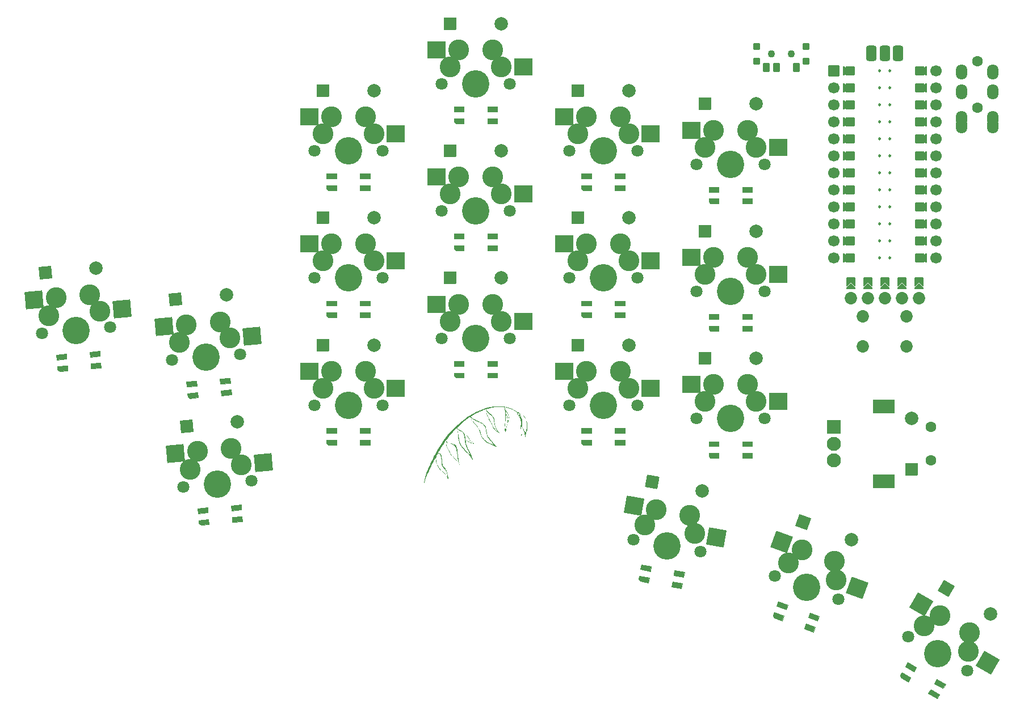
<source format=gbr>
%TF.GenerationSoftware,KiCad,Pcbnew,7.0.6-0*%
%TF.CreationDate,2023-08-12T20:04:25+02:00*%
%TF.ProjectId,jwe,6a77652e-6b69-4636-9164-5f7063625858,v1.0.0*%
%TF.SameCoordinates,Original*%
%TF.FileFunction,Soldermask,Top*%
%TF.FilePolarity,Negative*%
%FSLAX46Y46*%
G04 Gerber Fmt 4.6, Leading zero omitted, Abs format (unit mm)*
G04 Created by KiCad (PCBNEW 7.0.6-0) date 2023-08-12 20:04:25*
%MOMM*%
%LPD*%
G01*
G04 APERTURE LIST*
G04 Aperture macros list*
%AMRoundRect*
0 Rectangle with rounded corners*
0 $1 Rounding radius*
0 $2 $3 $4 $5 $6 $7 $8 $9 X,Y pos of 4 corners*
0 Add a 4 corners polygon primitive as box body*
4,1,4,$2,$3,$4,$5,$6,$7,$8,$9,$2,$3,0*
0 Add four circle primitives for the rounded corners*
1,1,$1+$1,$2,$3*
1,1,$1+$1,$4,$5*
1,1,$1+$1,$6,$7*
1,1,$1+$1,$8,$9*
0 Add four rect primitives between the rounded corners*
20,1,$1+$1,$2,$3,$4,$5,0*
20,1,$1+$1,$4,$5,$6,$7,0*
20,1,$1+$1,$6,$7,$8,$9,0*
20,1,$1+$1,$8,$9,$2,$3,0*%
%AMFreePoly0*
4,1,16,0.635355,1.035355,0.650000,1.000000,0.650000,-0.250000,0.635355,-0.285355,0.600000,-0.300000,-0.600000,-0.300000,-0.635355,-0.285355,-0.650000,-0.250000,-0.650000,1.000000,-0.635355,1.035355,-0.600000,1.050000,-0.564645,1.035355,0.000000,0.470710,0.564645,1.035355,0.600000,1.050000,0.635355,1.035355,0.635355,1.035355,$1*%
%AMFreePoly1*
4,1,14,0.635355,0.435355,0.650000,0.400000,0.650000,0.200000,0.635355,0.164645,0.035355,-0.435355,0.000000,-0.450000,-0.035355,-0.435355,-0.635355,0.164645,-0.650000,0.200000,-0.650000,0.400000,-0.635355,0.435355,-0.600000,0.450000,0.600000,0.450000,0.635355,0.435355,0.635355,0.435355,$1*%
G04 Aperture macros list end*
%ADD10C,0.100000*%
%ADD11C,0.250000*%
%ADD12C,1.100000*%
%ADD13C,1.852600*%
%ADD14C,2.005000*%
%ADD15RoundRect,0.050000X-1.029867X-0.721121X0.721121X-1.029867X1.029867X0.721121X-0.721121X1.029867X0*%
%ADD16RoundRect,0.050000X-1.275000X-1.250000X1.275000X-1.250000X1.275000X1.250000X-1.275000X1.250000X0*%
%ADD17C,1.801800*%
%ADD18C,3.100000*%
%ADD19C,4.087800*%
%ADD20RoundRect,0.050000X-0.889000X-0.889000X0.889000X-0.889000X0.889000X0.889000X-0.889000X0.889000X0*%
%ADD21RoundRect,0.050000X-0.808136X-0.963099X0.963099X-0.808136X0.808136X0.963099X-0.963099X0.808136X0*%
%ADD22RoundRect,0.050000X-1.472690X-1.009608X1.038570X-1.452411X1.472690X1.009608X-1.038570X1.452411X0*%
%ADD23RoundRect,0.050000X-1.161204X-1.356367X1.379093X-1.134120X1.161204X1.356367X-1.379093X1.134120X0*%
%ADD24RoundRect,0.050000X-1.729182X-0.445032X0.479182X-1.720032X1.729182X0.445032X-0.479182X1.720032X0*%
%ADD25RoundRect,0.425000X-0.375000X-0.750000X0.375000X-0.750000X0.375000X0.750000X-0.375000X0.750000X0*%
%ADD26C,2.100000*%
%ADD27RoundRect,0.050000X-1.000000X-1.000000X1.000000X-1.000000X1.000000X1.000000X-1.000000X1.000000X0*%
%ADD28C,1.600000*%
%ADD29RoundRect,0.050000X-1.600000X-1.000000X1.600000X-1.000000X1.600000X1.000000X-1.600000X1.000000X0*%
%ADD30RoundRect,0.050000X-1.139443X-0.531331X0.531331X-1.139443X1.139443X0.531331X-0.531331X1.139443X0*%
%ADD31RoundRect,0.050000X-0.450000X-0.625000X0.450000X-0.625000X0.450000X0.625000X-0.450000X0.625000X0*%
%ADD32RoundRect,0.050000X-0.450000X-0.450000X0.450000X-0.450000X0.450000X0.450000X-0.450000X0.450000X0*%
%ADD33RoundRect,0.050000X0.889000X-0.889000X0.889000X0.889000X-0.889000X0.889000X-0.889000X-0.889000X0*%
%ADD34O,1.700000X2.300000*%
%ADD35FreePoly0,180.000000*%
%ADD36FreePoly1,180.000000*%
%ADD37RoundRect,0.050000X-1.625633X-0.738540X0.770583X-1.610691X1.625633X0.738540X-0.770583X1.610691X0*%
%ADD38RoundRect,0.050000X-1.214397X-0.325397X0.325397X-1.214397X1.214397X0.325397X-0.325397X1.214397X0*%
%ADD39FreePoly0,90.000000*%
%ADD40FreePoly0,270.000000*%
%ADD41C,1.700000*%
%ADD42FreePoly1,90.000000*%
%ADD43FreePoly1,270.000000*%
%ADD44RoundRect,0.050000X-0.800000X0.800000X-0.800000X-0.800000X0.800000X-0.800000X0.800000X0.800000X0*%
G04 APERTURE END LIST*
%TO.C,L9*%
D10*
X162279434Y-201153028D02*
X162149198Y-201891634D01*
X160918188Y-201674573D01*
X160715398Y-201384959D01*
X160802223Y-200892556D01*
X162279434Y-201153028D01*
G36*
X162279434Y-201153028D02*
G01*
X162149198Y-201891634D01*
X160918188Y-201674573D01*
X160715398Y-201384959D01*
X160802223Y-200892556D01*
X162279434Y-201153028D01*
G37*
X162583318Y-199429614D02*
X162453082Y-200168220D01*
X160975871Y-199907748D01*
X161106107Y-199169142D01*
X162583318Y-199429614D01*
G36*
X162583318Y-199429614D02*
G01*
X162453082Y-200168220D01*
X160975871Y-199907748D01*
X161106107Y-199169142D01*
X162583318Y-199429614D01*
G37*
X167507357Y-200297855D02*
X167377121Y-201036461D01*
X165899909Y-200775989D01*
X166030146Y-200037383D01*
X167507357Y-200297855D01*
G36*
X167507357Y-200297855D02*
G01*
X167377121Y-201036461D01*
X165899909Y-200775989D01*
X166030146Y-200037383D01*
X167507357Y-200297855D01*
G37*
X167203473Y-202021269D02*
X167073237Y-202759874D01*
X165596025Y-202499402D01*
X165726261Y-201760796D01*
X167203473Y-202021269D01*
G36*
X167203473Y-202021269D02*
G01*
X167073237Y-202759874D01*
X165596025Y-202499402D01*
X165726261Y-201760796D01*
X167203473Y-202021269D01*
G37*
X94961615Y-174236168D02*
X93716372Y-174345113D01*
X93445534Y-174117853D01*
X93401957Y-173619756D01*
X94896249Y-173489022D01*
X94961615Y-174236168D01*
G36*
X94961615Y-174236168D02*
G01*
X93716372Y-174345113D01*
X93445534Y-174117853D01*
X93401957Y-173619756D01*
X94896249Y-173489022D01*
X94961615Y-174236168D01*
G37*
X94809093Y-172492828D02*
X93314801Y-172623561D01*
X93249434Y-171876415D01*
X94743726Y-171745682D01*
X94809093Y-172492828D01*
G36*
X94809093Y-172492828D02*
G01*
X93314801Y-172623561D01*
X93249434Y-171876415D01*
X94743726Y-171745682D01*
X94809093Y-172492828D01*
G37*
X99790066Y-172057049D02*
X98295774Y-172187783D01*
X98230407Y-171440637D01*
X99724700Y-171309903D01*
X99790066Y-172057049D01*
G36*
X99790066Y-172057049D02*
G01*
X98295774Y-172187783D01*
X98230407Y-171440637D01*
X99724700Y-171309903D01*
X99790066Y-172057049D01*
G37*
X99942589Y-173800390D02*
X98448297Y-173931123D01*
X98382930Y-173183977D01*
X99877222Y-173053244D01*
X99942589Y-173800390D01*
G36*
X99942589Y-173800390D02*
G01*
X98448297Y-173931123D01*
X98382930Y-173183977D01*
X99877222Y-173053244D01*
X99942589Y-173800390D01*
G37*
X96617570Y-193163860D02*
X95372327Y-193272805D01*
X95101489Y-193045545D01*
X95057912Y-192547448D01*
X96552204Y-192416714D01*
X96617570Y-193163860D01*
G36*
X96617570Y-193163860D02*
G01*
X95372327Y-193272805D01*
X95101489Y-193045545D01*
X95057912Y-192547448D01*
X96552204Y-192416714D01*
X96617570Y-193163860D01*
G37*
X96465048Y-191420520D02*
X94970756Y-191551253D01*
X94905389Y-190804107D01*
X96399681Y-190673374D01*
X96465048Y-191420520D01*
G36*
X96465048Y-191420520D02*
G01*
X94970756Y-191551253D01*
X94905389Y-190804107D01*
X96399681Y-190673374D01*
X96465048Y-191420520D01*
G37*
X101446021Y-190984741D02*
X99951729Y-191115475D01*
X99886362Y-190368329D01*
X101380655Y-190237595D01*
X101446021Y-190984741D01*
G36*
X101446021Y-190984741D02*
G01*
X99951729Y-191115475D01*
X99886362Y-190368329D01*
X101380655Y-190237595D01*
X101446021Y-190984741D01*
G37*
X101598544Y-192728082D02*
X100104252Y-192858815D01*
X100038885Y-192111669D01*
X101533177Y-191980936D01*
X101598544Y-192728082D01*
G36*
X101598544Y-192728082D02*
G01*
X100104252Y-192858815D01*
X100038885Y-192111669D01*
X101533177Y-191980936D01*
X101598544Y-192728082D01*
G37*
X153647134Y-162285151D02*
X152397134Y-162285151D01*
X152147134Y-162035151D01*
X152147134Y-161535151D01*
X153647134Y-161535151D01*
X153647134Y-162285151D01*
G36*
X153647134Y-162285151D02*
G01*
X152397134Y-162285151D01*
X152147134Y-162035151D01*
X152147134Y-161535151D01*
X153647134Y-161535151D01*
X153647134Y-162285151D01*
G37*
X153647134Y-160535151D02*
X152147134Y-160535151D01*
X152147134Y-159785151D01*
X153647134Y-159785151D01*
X153647134Y-160535151D01*
G36*
X153647134Y-160535151D02*
G01*
X152147134Y-160535151D01*
X152147134Y-159785151D01*
X153647134Y-159785151D01*
X153647134Y-160535151D01*
G37*
X158647134Y-160535151D02*
X157147134Y-160535151D01*
X157147134Y-159785151D01*
X158647134Y-159785151D01*
X158647134Y-160535151D01*
G36*
X158647134Y-160535151D02*
G01*
X157147134Y-160535151D01*
X157147134Y-159785151D01*
X158647134Y-159785151D01*
X158647134Y-160535151D01*
G37*
X158647134Y-162285151D02*
X157147134Y-162285151D01*
X157147134Y-161535151D01*
X158647134Y-161535151D01*
X158647134Y-162285151D01*
G36*
X158647134Y-162285151D02*
G01*
X157147134Y-162285151D01*
X157147134Y-161535151D01*
X158647134Y-161535151D01*
X158647134Y-162285151D01*
G37*
X134647127Y-171285153D02*
X133397127Y-171285153D01*
X133147127Y-171035153D01*
X133147127Y-170535153D01*
X134647127Y-170535153D01*
X134647127Y-171285153D01*
G36*
X134647127Y-171285153D02*
G01*
X133397127Y-171285153D01*
X133147127Y-171035153D01*
X133147127Y-170535153D01*
X134647127Y-170535153D01*
X134647127Y-171285153D01*
G37*
X134647127Y-169535153D02*
X133147127Y-169535153D01*
X133147127Y-168785153D01*
X134647127Y-168785153D01*
X134647127Y-169535153D01*
G36*
X134647127Y-169535153D02*
G01*
X133147127Y-169535153D01*
X133147127Y-168785153D01*
X134647127Y-168785153D01*
X134647127Y-169535153D01*
G37*
X139647127Y-169535153D02*
X138147127Y-169535153D01*
X138147127Y-168785153D01*
X139647127Y-168785153D01*
X139647127Y-169535153D01*
G36*
X139647127Y-169535153D02*
G01*
X138147127Y-169535153D01*
X138147127Y-168785153D01*
X139647127Y-168785153D01*
X139647127Y-169535153D01*
G37*
X139647127Y-171285153D02*
X138147127Y-171285153D01*
X138147127Y-170535153D01*
X139647127Y-170535153D01*
X139647127Y-171285153D01*
G36*
X139647127Y-171285153D02*
G01*
X138147127Y-171285153D01*
X138147127Y-170535153D01*
X139647127Y-170535153D01*
X139647127Y-171285153D01*
G37*
X201251261Y-216048969D02*
X200876261Y-216698488D01*
X199793729Y-216073488D01*
X199702222Y-215731982D01*
X199952222Y-215298969D01*
X201251261Y-216048969D01*
G36*
X201251261Y-216048969D02*
G01*
X200876261Y-216698488D01*
X199793729Y-216073488D01*
X199702222Y-215731982D01*
X199952222Y-215298969D01*
X201251261Y-216048969D01*
G37*
X202126261Y-214533425D02*
X201751261Y-215182944D01*
X200452222Y-214432944D01*
X200827222Y-213783425D01*
X202126261Y-214533425D01*
G36*
X202126261Y-214533425D02*
G01*
X201751261Y-215182944D01*
X200452222Y-214432944D01*
X200827222Y-213783425D01*
X202126261Y-214533425D01*
G37*
X206456388Y-217033425D02*
X206081388Y-217682944D01*
X204782349Y-216932944D01*
X205157349Y-216283425D01*
X206456388Y-217033425D01*
G36*
X206456388Y-217033425D02*
G01*
X206081388Y-217682944D01*
X204782349Y-216932944D01*
X205157349Y-216283425D01*
X206456388Y-217033425D01*
G37*
X205581388Y-218548969D02*
X205206388Y-219198488D01*
X203907349Y-218448488D01*
X204282349Y-217798969D01*
X205581388Y-218548969D01*
G36*
X205581388Y-218548969D02*
G01*
X205206388Y-219198488D01*
X203907349Y-218448488D01*
X204282349Y-217798969D01*
X205581388Y-218548969D01*
G37*
X172647130Y-145285152D02*
X171397130Y-145285152D01*
X171147130Y-145035152D01*
X171147130Y-144535152D01*
X172647130Y-144535152D01*
X172647130Y-145285152D01*
G36*
X172647130Y-145285152D02*
G01*
X171397130Y-145285152D01*
X171147130Y-145035152D01*
X171147130Y-144535152D01*
X172647130Y-144535152D01*
X172647130Y-145285152D01*
G37*
X172647130Y-143535152D02*
X171147130Y-143535152D01*
X171147130Y-142785152D01*
X172647130Y-142785152D01*
X172647130Y-143535152D01*
G36*
X172647130Y-143535152D02*
G01*
X171147130Y-143535152D01*
X171147130Y-142785152D01*
X172647130Y-142785152D01*
X172647130Y-143535152D01*
G37*
X177647130Y-143535152D02*
X176147130Y-143535152D01*
X176147130Y-142785152D01*
X177647130Y-142785152D01*
X177647130Y-143535152D01*
G36*
X177647130Y-143535152D02*
G01*
X176147130Y-143535152D01*
X176147130Y-142785152D01*
X177647130Y-142785152D01*
X177647130Y-143535152D01*
G37*
X177647130Y-145285152D02*
X176147130Y-145285152D01*
X176147130Y-144535152D01*
X177647130Y-144535152D01*
X177647130Y-145285152D01*
G36*
X177647130Y-145285152D02*
G01*
X176147130Y-145285152D01*
X176147130Y-144535152D01*
X177647130Y-144535152D01*
X177647130Y-145285152D01*
G37*
X134647128Y-133285158D02*
X133397128Y-133285158D01*
X133147128Y-133035158D01*
X133147128Y-132535158D01*
X134647128Y-132535158D01*
X134647128Y-133285158D01*
G36*
X134647128Y-133285158D02*
G01*
X133397128Y-133285158D01*
X133147128Y-133035158D01*
X133147128Y-132535158D01*
X134647128Y-132535158D01*
X134647128Y-133285158D01*
G37*
X134647128Y-131535158D02*
X133147128Y-131535158D01*
X133147128Y-130785158D01*
X134647128Y-130785158D01*
X134647128Y-131535158D01*
G36*
X134647128Y-131535158D02*
G01*
X133147128Y-131535158D01*
X133147128Y-130785158D01*
X134647128Y-130785158D01*
X134647128Y-131535158D01*
G37*
X139647128Y-131535158D02*
X138147128Y-131535158D01*
X138147128Y-130785158D01*
X139647128Y-130785158D01*
X139647128Y-131535158D01*
G36*
X139647128Y-131535158D02*
G01*
X138147128Y-131535158D01*
X138147128Y-130785158D01*
X139647128Y-130785158D01*
X139647128Y-131535158D01*
G37*
X139647128Y-133285158D02*
X138147128Y-133285158D01*
X138147128Y-132535158D01*
X139647128Y-132535158D01*
X139647128Y-133285158D01*
G36*
X139647128Y-133285158D02*
G01*
X138147128Y-133285158D01*
X138147128Y-132535158D01*
X139647128Y-132535158D01*
X139647128Y-133285158D01*
G37*
X172647129Y-183285150D02*
X171397129Y-183285150D01*
X171147129Y-183035150D01*
X171147129Y-182535150D01*
X172647129Y-182535150D01*
X172647129Y-183285150D01*
G36*
X172647129Y-183285150D02*
G01*
X171397129Y-183285150D01*
X171147129Y-183035150D01*
X171147129Y-182535150D01*
X172647129Y-182535150D01*
X172647129Y-183285150D01*
G37*
X172647129Y-181535150D02*
X171147129Y-181535150D01*
X171147129Y-180785150D01*
X172647129Y-180785150D01*
X172647129Y-181535150D01*
G36*
X172647129Y-181535150D02*
G01*
X171147129Y-181535150D01*
X171147129Y-180785150D01*
X172647129Y-180785150D01*
X172647129Y-181535150D01*
G37*
X177647129Y-181535150D02*
X176147129Y-181535150D01*
X176147129Y-180785150D01*
X177647129Y-180785150D01*
X177647129Y-181535150D01*
G36*
X177647129Y-181535150D02*
G01*
X176147129Y-181535150D01*
X176147129Y-180785150D01*
X177647129Y-180785150D01*
X177647129Y-181535150D01*
G37*
X177647129Y-183285150D02*
X176147129Y-183285150D01*
X176147129Y-182535150D01*
X177647129Y-182535150D01*
X177647129Y-183285150D01*
G36*
X177647129Y-183285150D02*
G01*
X176147129Y-183285150D01*
X176147129Y-182535150D01*
X177647129Y-182535150D01*
X177647129Y-183285150D01*
G37*
X75537137Y-170213813D02*
X74291894Y-170322758D01*
X74021056Y-170095498D01*
X73977479Y-169597401D01*
X75471771Y-169466667D01*
X75537137Y-170213813D01*
G36*
X75537137Y-170213813D02*
G01*
X74291894Y-170322758D01*
X74021056Y-170095498D01*
X73977479Y-169597401D01*
X75471771Y-169466667D01*
X75537137Y-170213813D01*
G37*
X75384615Y-168470473D02*
X73890323Y-168601206D01*
X73824956Y-167854060D01*
X75319248Y-167723327D01*
X75384615Y-168470473D01*
G36*
X75384615Y-168470473D02*
G01*
X73890323Y-168601206D01*
X73824956Y-167854060D01*
X75319248Y-167723327D01*
X75384615Y-168470473D01*
G37*
X80365588Y-168034694D02*
X78871296Y-168165428D01*
X78805929Y-167418282D01*
X80300222Y-167287548D01*
X80365588Y-168034694D01*
G36*
X80365588Y-168034694D02*
G01*
X78871296Y-168165428D01*
X78805929Y-167418282D01*
X80300222Y-167287548D01*
X80365588Y-168034694D01*
G37*
X80518111Y-169778035D02*
X79023819Y-169908768D01*
X78958452Y-169161622D01*
X80452744Y-169030889D01*
X80518111Y-169778035D01*
G36*
X80518111Y-169778035D02*
G01*
X79023819Y-169908768D01*
X78958452Y-169161622D01*
X80452744Y-169030889D01*
X80518111Y-169778035D01*
G37*
X172647137Y-164285155D02*
X171397137Y-164285155D01*
X171147137Y-164035155D01*
X171147137Y-163535155D01*
X172647137Y-163535155D01*
X172647137Y-164285155D01*
G36*
X172647137Y-164285155D02*
G01*
X171397137Y-164285155D01*
X171147137Y-164035155D01*
X171147137Y-163535155D01*
X172647137Y-163535155D01*
X172647137Y-164285155D01*
G37*
X172647137Y-162535155D02*
X171147137Y-162535155D01*
X171147137Y-161785155D01*
X172647137Y-161785155D01*
X172647137Y-162535155D01*
G36*
X172647137Y-162535155D02*
G01*
X171147137Y-162535155D01*
X171147137Y-161785155D01*
X172647137Y-161785155D01*
X172647137Y-162535155D01*
G37*
X177647137Y-162535155D02*
X176147137Y-162535155D01*
X176147137Y-161785155D01*
X177647137Y-161785155D01*
X177647137Y-162535155D01*
G36*
X177647137Y-162535155D02*
G01*
X176147137Y-162535155D01*
X176147137Y-161785155D01*
X177647137Y-161785155D01*
X177647137Y-162535155D01*
G37*
X177647137Y-164285155D02*
X176147137Y-164285155D01*
X176147137Y-163535155D01*
X177647137Y-163535155D01*
X177647137Y-164285155D01*
G36*
X177647137Y-164285155D02*
G01*
X176147137Y-164285155D01*
X176147137Y-163535155D01*
X177647137Y-163535155D01*
X177647137Y-164285155D01*
G37*
X153647133Y-181285154D02*
X152397133Y-181285154D01*
X152147133Y-181035154D01*
X152147133Y-180535154D01*
X153647133Y-180535154D01*
X153647133Y-181285154D01*
G36*
X153647133Y-181285154D02*
G01*
X152397133Y-181285154D01*
X152147133Y-181035154D01*
X152147133Y-180535154D01*
X153647133Y-180535154D01*
X153647133Y-181285154D01*
G37*
X153647133Y-179535154D02*
X152147133Y-179535154D01*
X152147133Y-178785154D01*
X153647133Y-178785154D01*
X153647133Y-179535154D01*
G36*
X153647133Y-179535154D02*
G01*
X152147133Y-179535154D01*
X152147133Y-178785154D01*
X153647133Y-178785154D01*
X153647133Y-179535154D01*
G37*
X158647133Y-179535154D02*
X157147133Y-179535154D01*
X157147133Y-178785154D01*
X158647133Y-178785154D01*
X158647133Y-179535154D01*
G36*
X158647133Y-179535154D02*
G01*
X157147133Y-179535154D01*
X157147133Y-178785154D01*
X158647133Y-178785154D01*
X158647133Y-179535154D01*
G37*
X158647133Y-181285154D02*
X157147133Y-181285154D01*
X157147133Y-180535154D01*
X158647133Y-180535154D01*
X158647133Y-181285154D01*
G36*
X158647133Y-181285154D02*
G01*
X157147133Y-181285154D01*
X157147133Y-180535154D01*
X158647133Y-180535154D01*
X158647133Y-181285154D01*
G37*
X115647125Y-143285154D02*
X114397125Y-143285154D01*
X114147125Y-143035154D01*
X114147125Y-142535154D01*
X115647125Y-142535154D01*
X115647125Y-143285154D01*
G36*
X115647125Y-143285154D02*
G01*
X114397125Y-143285154D01*
X114147125Y-143035154D01*
X114147125Y-142535154D01*
X115647125Y-142535154D01*
X115647125Y-143285154D01*
G37*
X115647125Y-141535154D02*
X114147125Y-141535154D01*
X114147125Y-140785154D01*
X115647125Y-140785154D01*
X115647125Y-141535154D01*
G36*
X115647125Y-141535154D02*
G01*
X114147125Y-141535154D01*
X114147125Y-140785154D01*
X115647125Y-140785154D01*
X115647125Y-141535154D01*
G37*
X120647125Y-141535154D02*
X119147125Y-141535154D01*
X119147125Y-140785154D01*
X120647125Y-140785154D01*
X120647125Y-141535154D01*
G36*
X120647125Y-141535154D02*
G01*
X119147125Y-141535154D01*
X119147125Y-140785154D01*
X120647125Y-140785154D01*
X120647125Y-141535154D01*
G37*
X120647125Y-143285154D02*
X119147125Y-143285154D01*
X119147125Y-142535154D01*
X120647125Y-142535154D01*
X120647125Y-143285154D01*
G36*
X120647125Y-143285154D02*
G01*
X119147125Y-143285154D01*
X119147125Y-142535154D01*
X120647125Y-142535154D01*
X120647125Y-143285154D01*
G37*
X153647134Y-143285157D02*
X152397134Y-143285157D01*
X152147134Y-143035157D01*
X152147134Y-142535157D01*
X153647134Y-142535157D01*
X153647134Y-143285157D01*
G36*
X153647134Y-143285157D02*
G01*
X152397134Y-143285157D01*
X152147134Y-143035157D01*
X152147134Y-142535157D01*
X153647134Y-142535157D01*
X153647134Y-143285157D01*
G37*
X153647134Y-141535157D02*
X152147134Y-141535157D01*
X152147134Y-140785157D01*
X153647134Y-140785157D01*
X153647134Y-141535157D01*
G36*
X153647134Y-141535157D02*
G01*
X152147134Y-141535157D01*
X152147134Y-140785157D01*
X153647134Y-140785157D01*
X153647134Y-141535157D01*
G37*
X158647134Y-141535157D02*
X157147134Y-141535157D01*
X157147134Y-140785157D01*
X158647134Y-140785157D01*
X158647134Y-141535157D01*
G36*
X158647134Y-141535157D02*
G01*
X157147134Y-141535157D01*
X157147134Y-140785157D01*
X158647134Y-140785157D01*
X158647134Y-141535157D01*
G37*
X158647134Y-143285157D02*
X157147134Y-143285157D01*
X157147134Y-142535157D01*
X158647134Y-142535157D01*
X158647134Y-143285157D01*
G36*
X158647134Y-143285157D02*
G01*
X157147134Y-143285157D01*
X157147134Y-142535157D01*
X158647134Y-142535157D01*
X158647134Y-143285157D01*
G37*
X134647136Y-152285148D02*
X133397136Y-152285148D01*
X133147136Y-152035148D01*
X133147136Y-151535148D01*
X134647136Y-151535148D01*
X134647136Y-152285148D01*
G36*
X134647136Y-152285148D02*
G01*
X133397136Y-152285148D01*
X133147136Y-152035148D01*
X133147136Y-151535148D01*
X134647136Y-151535148D01*
X134647136Y-152285148D01*
G37*
X134647136Y-150535148D02*
X133147136Y-150535148D01*
X133147136Y-149785148D01*
X134647136Y-149785148D01*
X134647136Y-150535148D01*
G36*
X134647136Y-150535148D02*
G01*
X133147136Y-150535148D01*
X133147136Y-149785148D01*
X134647136Y-149785148D01*
X134647136Y-150535148D01*
G37*
X139647136Y-150535148D02*
X138147136Y-150535148D01*
X138147136Y-149785148D01*
X139647136Y-149785148D01*
X139647136Y-150535148D01*
G36*
X139647136Y-150535148D02*
G01*
X138147136Y-150535148D01*
X138147136Y-149785148D01*
X139647136Y-149785148D01*
X139647136Y-150535148D01*
G37*
X139647136Y-152285148D02*
X138147136Y-152285148D01*
X138147136Y-151535148D01*
X139647136Y-151535148D01*
X139647136Y-152285148D01*
G36*
X139647136Y-152285148D02*
G01*
X138147136Y-152285148D01*
X138147136Y-151535148D01*
X139647136Y-151535148D01*
X139647136Y-152285148D01*
G37*
X115647140Y-181285150D02*
X114397140Y-181285150D01*
X114147140Y-181035150D01*
X114147140Y-180535150D01*
X115647140Y-180535150D01*
X115647140Y-181285150D01*
G36*
X115647140Y-181285150D02*
G01*
X114397140Y-181285150D01*
X114147140Y-181035150D01*
X114147140Y-180535150D01*
X115647140Y-180535150D01*
X115647140Y-181285150D01*
G37*
X115647140Y-179535150D02*
X114147140Y-179535150D01*
X114147140Y-178785150D01*
X115647140Y-178785150D01*
X115647140Y-179535150D01*
G36*
X115647140Y-179535150D02*
G01*
X114147140Y-179535150D01*
X114147140Y-178785150D01*
X115647140Y-178785150D01*
X115647140Y-179535150D01*
G37*
X120647140Y-179535150D02*
X119147140Y-179535150D01*
X119147140Y-178785150D01*
X120647140Y-178785150D01*
X120647140Y-179535150D01*
G36*
X120647140Y-179535150D02*
G01*
X119147140Y-179535150D01*
X119147140Y-178785150D01*
X120647140Y-178785150D01*
X120647140Y-179535150D01*
G37*
X120647140Y-181285150D02*
X119147140Y-181285150D01*
X119147140Y-180535150D01*
X120647140Y-180535150D01*
X120647140Y-181285150D01*
G36*
X120647140Y-181285150D02*
G01*
X119147140Y-181285150D01*
X119147140Y-180535150D01*
X120647140Y-180535150D01*
X120647140Y-181285150D01*
G37*
X182337652Y-206830796D02*
X182081137Y-207535565D01*
X180906521Y-207108040D01*
X180757103Y-206787612D01*
X180928113Y-206317766D01*
X182337652Y-206830796D01*
G36*
X182337652Y-206830796D02*
G01*
X182081137Y-207535565D01*
X180906521Y-207108040D01*
X180757103Y-206787612D01*
X180928113Y-206317766D01*
X182337652Y-206830796D01*
G37*
X182936187Y-205186334D02*
X182679672Y-205891103D01*
X181270133Y-205378073D01*
X181526648Y-204673303D01*
X182936187Y-205186334D01*
G36*
X182936187Y-205186334D02*
G01*
X182679672Y-205891103D01*
X181270133Y-205378073D01*
X181526648Y-204673303D01*
X182936187Y-205186334D01*
G37*
X187634650Y-206896434D02*
X187378135Y-207601204D01*
X185968596Y-207088174D01*
X186225111Y-206383404D01*
X187634650Y-206896434D01*
G36*
X187634650Y-206896434D02*
G01*
X187378135Y-207601204D01*
X185968596Y-207088174D01*
X186225111Y-206383404D01*
X187634650Y-206896434D01*
G37*
X187036115Y-208540897D02*
X186779600Y-209245666D01*
X185370061Y-208732636D01*
X185626576Y-208027866D01*
X187036115Y-208540897D01*
G36*
X187036115Y-208540897D02*
G01*
X186779600Y-209245666D01*
X185370061Y-208732636D01*
X185626576Y-208027866D01*
X187036115Y-208540897D01*
G37*
%TO.C,_1*%
X203493138Y-153863152D02*
X202477138Y-153863152D01*
X202477138Y-152847152D01*
X203493138Y-152847152D01*
X203493138Y-153863152D01*
G36*
X203493138Y-153863152D02*
G01*
X202477138Y-153863152D01*
X202477138Y-152847152D01*
X203493138Y-152847152D01*
X203493138Y-153863152D01*
G37*
X192317138Y-153863152D02*
X191301138Y-153863152D01*
X191301138Y-152847152D01*
X192317138Y-152847152D01*
X192317138Y-153863152D01*
G36*
X192317138Y-153863152D02*
G01*
X191301138Y-153863152D01*
X191301138Y-152847152D01*
X192317138Y-152847152D01*
X192317138Y-153863152D01*
G37*
X203493138Y-151323152D02*
X202477138Y-151323152D01*
X202477138Y-150307152D01*
X203493138Y-150307152D01*
X203493138Y-151323152D01*
G36*
X203493138Y-151323152D02*
G01*
X202477138Y-151323152D01*
X202477138Y-150307152D01*
X203493138Y-150307152D01*
X203493138Y-151323152D01*
G37*
X192317138Y-151323152D02*
X191301138Y-151323152D01*
X191301138Y-150307152D01*
X192317138Y-150307152D01*
X192317138Y-151323152D01*
G36*
X192317138Y-151323152D02*
G01*
X191301138Y-151323152D01*
X191301138Y-150307152D01*
X192317138Y-150307152D01*
X192317138Y-151323152D01*
G37*
X203493138Y-148783152D02*
X202477138Y-148783152D01*
X202477138Y-147767152D01*
X203493138Y-147767152D01*
X203493138Y-148783152D01*
G36*
X203493138Y-148783152D02*
G01*
X202477138Y-148783152D01*
X202477138Y-147767152D01*
X203493138Y-147767152D01*
X203493138Y-148783152D01*
G37*
X192317138Y-148783152D02*
X191301138Y-148783152D01*
X191301138Y-147767152D01*
X192317138Y-147767152D01*
X192317138Y-148783152D01*
G36*
X192317138Y-148783152D02*
G01*
X191301138Y-148783152D01*
X191301138Y-147767152D01*
X192317138Y-147767152D01*
X192317138Y-148783152D01*
G37*
X203493138Y-146243152D02*
X202477138Y-146243152D01*
X202477138Y-145227152D01*
X203493138Y-145227152D01*
X203493138Y-146243152D01*
G36*
X203493138Y-146243152D02*
G01*
X202477138Y-146243152D01*
X202477138Y-145227152D01*
X203493138Y-145227152D01*
X203493138Y-146243152D01*
G37*
X192317138Y-146243152D02*
X191301138Y-146243152D01*
X191301138Y-145227152D01*
X192317138Y-145227152D01*
X192317138Y-146243152D01*
G36*
X192317138Y-146243152D02*
G01*
X191301138Y-146243152D01*
X191301138Y-145227152D01*
X192317138Y-145227152D01*
X192317138Y-146243152D01*
G37*
X203493138Y-143703152D02*
X202477138Y-143703152D01*
X202477138Y-142687152D01*
X203493138Y-142687152D01*
X203493138Y-143703152D01*
G36*
X203493138Y-143703152D02*
G01*
X202477138Y-143703152D01*
X202477138Y-142687152D01*
X203493138Y-142687152D01*
X203493138Y-143703152D01*
G37*
X192317138Y-143703152D02*
X191301138Y-143703152D01*
X191301138Y-142687152D01*
X192317138Y-142687152D01*
X192317138Y-143703152D01*
G36*
X192317138Y-143703152D02*
G01*
X191301138Y-143703152D01*
X191301138Y-142687152D01*
X192317138Y-142687152D01*
X192317138Y-143703152D01*
G37*
X203493138Y-141163152D02*
X202477138Y-141163152D01*
X202477138Y-140147152D01*
X203493138Y-140147152D01*
X203493138Y-141163152D01*
G36*
X203493138Y-141163152D02*
G01*
X202477138Y-141163152D01*
X202477138Y-140147152D01*
X203493138Y-140147152D01*
X203493138Y-141163152D01*
G37*
X192317138Y-141163152D02*
X191301138Y-141163152D01*
X191301138Y-140147152D01*
X192317138Y-140147152D01*
X192317138Y-141163152D01*
G36*
X192317138Y-141163152D02*
G01*
X191301138Y-141163152D01*
X191301138Y-140147152D01*
X192317138Y-140147152D01*
X192317138Y-141163152D01*
G37*
X203493138Y-138623152D02*
X202477138Y-138623152D01*
X202477138Y-137607152D01*
X203493138Y-137607152D01*
X203493138Y-138623152D01*
G36*
X203493138Y-138623152D02*
G01*
X202477138Y-138623152D01*
X202477138Y-137607152D01*
X203493138Y-137607152D01*
X203493138Y-138623152D01*
G37*
X192317138Y-138623152D02*
X191301138Y-138623152D01*
X191301138Y-137607152D01*
X192317138Y-137607152D01*
X192317138Y-138623152D01*
G36*
X192317138Y-138623152D02*
G01*
X191301138Y-138623152D01*
X191301138Y-137607152D01*
X192317138Y-137607152D01*
X192317138Y-138623152D01*
G37*
X203493138Y-136083152D02*
X202477138Y-136083152D01*
X202477138Y-135067152D01*
X203493138Y-135067152D01*
X203493138Y-136083152D01*
G36*
X203493138Y-136083152D02*
G01*
X202477138Y-136083152D01*
X202477138Y-135067152D01*
X203493138Y-135067152D01*
X203493138Y-136083152D01*
G37*
X192317138Y-136083152D02*
X191301138Y-136083152D01*
X191301138Y-135067152D01*
X192317138Y-135067152D01*
X192317138Y-136083152D01*
G36*
X192317138Y-136083152D02*
G01*
X191301138Y-136083152D01*
X191301138Y-135067152D01*
X192317138Y-135067152D01*
X192317138Y-136083152D01*
G37*
X203493138Y-133543152D02*
X202477138Y-133543152D01*
X202477138Y-132527152D01*
X203493138Y-132527152D01*
X203493138Y-133543152D01*
G36*
X203493138Y-133543152D02*
G01*
X202477138Y-133543152D01*
X202477138Y-132527152D01*
X203493138Y-132527152D01*
X203493138Y-133543152D01*
G37*
X192317138Y-133543152D02*
X191301138Y-133543152D01*
X191301138Y-132527152D01*
X192317138Y-132527152D01*
X192317138Y-133543152D01*
G36*
X192317138Y-133543152D02*
G01*
X191301138Y-133543152D01*
X191301138Y-132527152D01*
X192317138Y-132527152D01*
X192317138Y-133543152D01*
G37*
X203493138Y-131003152D02*
X202477138Y-131003152D01*
X202477138Y-129987152D01*
X203493138Y-129987152D01*
X203493138Y-131003152D01*
G36*
X203493138Y-131003152D02*
G01*
X202477138Y-131003152D01*
X202477138Y-129987152D01*
X203493138Y-129987152D01*
X203493138Y-131003152D01*
G37*
X192317138Y-131003152D02*
X191301138Y-131003152D01*
X191301138Y-129987152D01*
X192317138Y-129987152D01*
X192317138Y-131003152D01*
G36*
X192317138Y-131003152D02*
G01*
X191301138Y-131003152D01*
X191301138Y-129987152D01*
X192317138Y-129987152D01*
X192317138Y-131003152D01*
G37*
X203493138Y-128463152D02*
X202477138Y-128463152D01*
X202477138Y-127447152D01*
X203493138Y-127447152D01*
X203493138Y-128463152D01*
G36*
X203493138Y-128463152D02*
G01*
X202477138Y-128463152D01*
X202477138Y-127447152D01*
X203493138Y-127447152D01*
X203493138Y-128463152D01*
G37*
X192317138Y-128463152D02*
X191301138Y-128463152D01*
X191301138Y-127447152D01*
X192317138Y-127447152D01*
X192317138Y-128463152D01*
G36*
X192317138Y-128463152D02*
G01*
X191301138Y-128463152D01*
X191301138Y-127447152D01*
X192317138Y-127447152D01*
X192317138Y-128463152D01*
G37*
X203493138Y-125923152D02*
X202477138Y-125923152D01*
X202477138Y-124907152D01*
X203493138Y-124907152D01*
X203493138Y-125923152D01*
G36*
X203493138Y-125923152D02*
G01*
X202477138Y-125923152D01*
X202477138Y-124907152D01*
X203493138Y-124907152D01*
X203493138Y-125923152D01*
G37*
X192317138Y-125923152D02*
X191301138Y-125923152D01*
X191301138Y-124907152D01*
X192317138Y-124907152D01*
X192317138Y-125923152D01*
G36*
X192317138Y-125923152D02*
G01*
X191301138Y-125923152D01*
X191301138Y-124907152D01*
X192317138Y-124907152D01*
X192317138Y-125923152D01*
G37*
D11*
X196760138Y-153355152D02*
G75*
G03*
X196760138Y-153355152I-125000J0D01*
G01*
X198284138Y-153355152D02*
G75*
G03*
X198284138Y-153355152I-125000J0D01*
G01*
X196760138Y-150815152D02*
G75*
G03*
X196760138Y-150815152I-125000J0D01*
G01*
X198284138Y-150815152D02*
G75*
G03*
X198284138Y-150815152I-125000J0D01*
G01*
X196760138Y-148275152D02*
G75*
G03*
X196760138Y-148275152I-125000J0D01*
G01*
X198284138Y-148275152D02*
G75*
G03*
X198284138Y-148275152I-125000J0D01*
G01*
X196760138Y-145735152D02*
G75*
G03*
X196760138Y-145735152I-125000J0D01*
G01*
X198284138Y-145735152D02*
G75*
G03*
X198284138Y-145735152I-125000J0D01*
G01*
X196760138Y-143195152D02*
G75*
G03*
X196760138Y-143195152I-125000J0D01*
G01*
X198284138Y-143195152D02*
G75*
G03*
X198284138Y-143195152I-125000J0D01*
G01*
X196760138Y-140655152D02*
G75*
G03*
X196760138Y-140655152I-125000J0D01*
G01*
X198284138Y-140655152D02*
G75*
G03*
X198284138Y-140655152I-125000J0D01*
G01*
X196760138Y-138115152D02*
G75*
G03*
X196760138Y-138115152I-125000J0D01*
G01*
X198284138Y-138115152D02*
G75*
G03*
X198284138Y-138115152I-125000J0D01*
G01*
X196760138Y-135575152D02*
G75*
G03*
X196760138Y-135575152I-125000J0D01*
G01*
X198284138Y-135575152D02*
G75*
G03*
X198284138Y-135575152I-125000J0D01*
G01*
X196760138Y-133035152D02*
G75*
G03*
X196760138Y-133035152I-125000J0D01*
G01*
X198284138Y-133035152D02*
G75*
G03*
X198284138Y-133035152I-125000J0D01*
G01*
X196760138Y-130495152D02*
G75*
G03*
X196760138Y-130495152I-125000J0D01*
G01*
X198284138Y-130495152D02*
G75*
G03*
X198284138Y-130495152I-125000J0D01*
G01*
X196760138Y-127955152D02*
G75*
G03*
X196760138Y-127955152I-125000J0D01*
G01*
X198284138Y-127955152D02*
G75*
G03*
X198284138Y-127955152I-125000J0D01*
G01*
X196760138Y-125415152D02*
G75*
G03*
X196760138Y-125415152I-125000J0D01*
G01*
X198284138Y-125415152D02*
G75*
G03*
X198284138Y-125415152I-125000J0D01*
G01*
%TO.C,L9*%
D10*
X115647138Y-162285149D02*
X114397138Y-162285149D01*
X114147138Y-162035149D01*
X114147138Y-161535149D01*
X115647138Y-161535149D01*
X115647138Y-162285149D01*
G36*
X115647138Y-162285149D02*
G01*
X114397138Y-162285149D01*
X114147138Y-162035149D01*
X114147138Y-161535149D01*
X115647138Y-161535149D01*
X115647138Y-162285149D01*
G37*
X115647138Y-160535149D02*
X114147138Y-160535149D01*
X114147138Y-159785149D01*
X115647138Y-159785149D01*
X115647138Y-160535149D01*
G36*
X115647138Y-160535149D02*
G01*
X114147138Y-160535149D01*
X114147138Y-159785149D01*
X115647138Y-159785149D01*
X115647138Y-160535149D01*
G37*
X120647138Y-160535149D02*
X119147138Y-160535149D01*
X119147138Y-159785149D01*
X120647138Y-159785149D01*
X120647138Y-160535149D01*
G36*
X120647138Y-160535149D02*
G01*
X119147138Y-160535149D01*
X119147138Y-159785149D01*
X120647138Y-159785149D01*
X120647138Y-160535149D01*
G37*
X120647138Y-162285149D02*
X119147138Y-162285149D01*
X119147138Y-161535149D01*
X120647138Y-161535149D01*
X120647138Y-162285149D01*
G36*
X120647138Y-162285149D02*
G01*
X119147138Y-162285149D01*
X119147138Y-161535149D01*
X120647138Y-161535149D01*
X120647138Y-162285149D01*
G37*
%TO.C,D20*%
G36*
X140133029Y-175542113D02*
G01*
X140305375Y-175545561D01*
X140458893Y-175550938D01*
X140586017Y-175558243D01*
X140679178Y-175567478D01*
X140704670Y-175571603D01*
X140882476Y-175611835D01*
X141086656Y-175668057D01*
X141303897Y-175736078D01*
X141520887Y-175811713D01*
X141724312Y-175890773D01*
X141739815Y-175897209D01*
X141822545Y-175934893D01*
X141934960Y-175990595D01*
X142068404Y-176059698D01*
X142214226Y-176137580D01*
X142363773Y-176219623D01*
X142508390Y-176301207D01*
X142635827Y-176375565D01*
X142685660Y-176400393D01*
X142715513Y-176405867D01*
X142719307Y-176400852D01*
X142733142Y-176376277D01*
X142766710Y-176378565D01*
X142808101Y-176403255D01*
X142845408Y-176445887D01*
X142847151Y-176448741D01*
X142884917Y-176503221D01*
X142940676Y-176573733D01*
X142996110Y-176637960D01*
X143044566Y-176694728D01*
X143074475Y-176736280D01*
X143080148Y-176754579D01*
X143078862Y-176754832D01*
X143046638Y-176738551D01*
X143042094Y-176732570D01*
X143014740Y-176711179D01*
X143008808Y-176710309D01*
X143007875Y-176728213D01*
X143024387Y-176775070D01*
X143053596Y-176838311D01*
X143175514Y-177096061D01*
X143270779Y-177330357D01*
X143310966Y-177447245D01*
X143329501Y-177508297D01*
X143343088Y-177563371D01*
X143352374Y-177620704D01*
X143358012Y-177688537D01*
X143360650Y-177775109D01*
X143360939Y-177888659D01*
X143359528Y-178037428D01*
X143359258Y-178059427D01*
X143353750Y-178502334D01*
X143457536Y-178747207D01*
X143506325Y-178861470D01*
X143556540Y-178977652D01*
X143601368Y-179080061D01*
X143627028Y-179137658D01*
X143714328Y-179372744D01*
X143762450Y-179609446D01*
X143774945Y-179808823D01*
X143776975Y-179898580D01*
X143781020Y-179966793D01*
X143786415Y-180004776D01*
X143790301Y-180009173D01*
X143800782Y-179978524D01*
X143814026Y-179911948D01*
X143828968Y-179817875D01*
X143844548Y-179704735D01*
X143859703Y-179580959D01*
X143873372Y-179454977D01*
X143884491Y-179335221D01*
X143891999Y-179230119D01*
X143894074Y-179185496D01*
X143899703Y-179073898D01*
X143907709Y-179002964D01*
X143918688Y-178968869D01*
X143928435Y-178964866D01*
X143942630Y-178989388D01*
X143949527Y-179052577D01*
X143949404Y-179157063D01*
X143949290Y-179161020D01*
X143948896Y-179250171D01*
X143953370Y-179297340D01*
X143961410Y-179304640D01*
X143971713Y-179274180D01*
X143982976Y-179208074D01*
X143993895Y-179108431D01*
X143995848Y-179085582D01*
X144005347Y-178997160D01*
X144017423Y-178922500D01*
X144029705Y-178875790D01*
X144031565Y-178871793D01*
X144037201Y-178838677D01*
X144041036Y-178769510D01*
X144043177Y-178672721D01*
X144043732Y-178556741D01*
X144042808Y-178430000D01*
X144040511Y-178300928D01*
X144036949Y-178177954D01*
X144032229Y-178069509D01*
X144026459Y-177984023D01*
X144019745Y-177929926D01*
X144019579Y-177929109D01*
X144017258Y-177883803D01*
X144029938Y-177867890D01*
X144047062Y-177878926D01*
X144060785Y-177914280D01*
X144071390Y-177977327D01*
X144079155Y-178071441D01*
X144084363Y-178199993D01*
X144087292Y-178366359D01*
X144088223Y-178569117D01*
X144087830Y-178744880D01*
X144086266Y-178882877D01*
X144083119Y-178989858D01*
X144077974Y-179072571D01*
X144070416Y-179137768D01*
X144060032Y-179192198D01*
X144047032Y-179240544D01*
X144014474Y-179328773D01*
X143982200Y-179378599D01*
X143967007Y-179387819D01*
X143938621Y-179412111D01*
X143920034Y-179471416D01*
X143914668Y-179506665D01*
X143893737Y-179670097D01*
X143876387Y-179796739D01*
X143861365Y-179894058D01*
X143847416Y-179969521D01*
X143833284Y-180030597D01*
X143817715Y-180084753D01*
X143817318Y-180086014D01*
X143789978Y-180162682D01*
X143767733Y-180201046D01*
X143749992Y-180199961D01*
X143736165Y-180158278D01*
X143725662Y-180074851D01*
X143717894Y-179948532D01*
X143715502Y-179888092D01*
X143704993Y-179703878D01*
X143685611Y-179550060D01*
X143654031Y-179412862D01*
X143606925Y-179278505D01*
X143540971Y-179133211D01*
X143526112Y-179103386D01*
X143483555Y-179013831D01*
X143433205Y-178900238D01*
X143382782Y-178780300D01*
X143356159Y-178713815D01*
X143264705Y-178480073D01*
X143269815Y-178068241D01*
X143271181Y-177918027D01*
X143270605Y-177803856D01*
X143267445Y-177717266D01*
X143261060Y-177649796D01*
X143250806Y-177592986D01*
X143236042Y-177538374D01*
X143227576Y-177511712D01*
X143197406Y-177429365D01*
X143153425Y-177322091D01*
X143099609Y-177198390D01*
X143039936Y-177066759D01*
X142978381Y-176935699D01*
X142918919Y-176813710D01*
X142865527Y-176709290D01*
X142822180Y-176630940D01*
X142798148Y-176593719D01*
X142768838Y-176565241D01*
X142721177Y-176528060D01*
X142667765Y-176490853D01*
X142621199Y-176462297D01*
X142594078Y-176451069D01*
X142592011Y-176451745D01*
X142593088Y-176478875D01*
X142614132Y-176530964D01*
X142649045Y-176596875D01*
X142691727Y-176665471D01*
X142736082Y-176725617D01*
X142751884Y-176743701D01*
X142845912Y-176857639D01*
X142935806Y-176990070D01*
X143015569Y-177129952D01*
X143079205Y-177266241D01*
X143120718Y-177387894D01*
X143131799Y-177443410D01*
X143147454Y-177526621D01*
X143169745Y-177606492D01*
X143175769Y-177623017D01*
X143206500Y-177739009D01*
X143221379Y-177880881D01*
X143219840Y-178032698D01*
X143201318Y-178178526D01*
X143196327Y-178202071D01*
X143174363Y-178316343D01*
X143159232Y-178430449D01*
X143151548Y-178534466D01*
X143151924Y-178618471D01*
X143160975Y-178672540D01*
X143166582Y-178682896D01*
X143174831Y-178714611D01*
X143181721Y-178783318D01*
X143187142Y-178881505D01*
X143190988Y-179001658D01*
X143193149Y-179136264D01*
X143193518Y-179277812D01*
X143191985Y-179418788D01*
X143188443Y-179551679D01*
X143182784Y-179668973D01*
X143181146Y-179693307D01*
X143164371Y-179927049D01*
X143224090Y-179782351D01*
X143266872Y-179687999D01*
X143301613Y-179630672D01*
X143326776Y-179612488D01*
X143338217Y-179625160D01*
X143332767Y-179653478D01*
X143312193Y-179710428D01*
X143280711Y-179784543D01*
X143275061Y-179796971D01*
X143233844Y-179903117D01*
X143203691Y-180011977D01*
X143192892Y-180077312D01*
X143183345Y-180146039D01*
X143171243Y-180192500D01*
X143161862Y-180205314D01*
X143139970Y-180184806D01*
X143126750Y-180122826D01*
X143122141Y-180018682D01*
X143126082Y-179871687D01*
X143128337Y-179829182D01*
X143140057Y-179623518D01*
X143149250Y-179457557D01*
X143155974Y-179326553D01*
X143160291Y-179225763D01*
X143162261Y-179150442D01*
X143161942Y-179095845D01*
X143159396Y-179057228D01*
X143154683Y-179029846D01*
X143147862Y-179008954D01*
X143138993Y-178989808D01*
X143138956Y-178989734D01*
X143121367Y-178928806D01*
X143109115Y-178834589D01*
X143102330Y-178718012D01*
X143101146Y-178590006D01*
X143105695Y-178461497D01*
X143116110Y-178343417D01*
X143130090Y-178257461D01*
X143156862Y-178098634D01*
X143161060Y-177964744D01*
X143142461Y-177842224D01*
X143122197Y-177774077D01*
X143094944Y-177681403D01*
X143069716Y-177573422D01*
X143057098Y-177504808D01*
X143038609Y-177412897D01*
X143014132Y-177325201D01*
X142994602Y-177273754D01*
X142947740Y-177184939D01*
X142883631Y-177078023D01*
X142811694Y-176967488D01*
X142741350Y-176867817D01*
X142682725Y-176794285D01*
X142607080Y-176689921D01*
X142557847Y-176581256D01*
X142541217Y-176486112D01*
X142535442Y-176449379D01*
X142514492Y-176413281D01*
X142472934Y-176372950D01*
X142405334Y-176323518D01*
X142306258Y-176260117D01*
X142251822Y-176226861D01*
X142015727Y-176092178D01*
X141783066Y-175977712D01*
X141541698Y-175878447D01*
X141279483Y-175789366D01*
X141000040Y-175709611D01*
X140884552Y-175680949D01*
X140806518Y-175666756D01*
X140761341Y-175666877D01*
X140744423Y-175681161D01*
X140747565Y-175701212D01*
X140761234Y-175745646D01*
X140778077Y-175811572D01*
X140783323Y-175834291D01*
X140828010Y-175987930D01*
X140889549Y-176112972D01*
X140975410Y-176224343D01*
X140982225Y-176231694D01*
X141041668Y-176296929D01*
X141087223Y-176353487D01*
X141124781Y-176411618D01*
X141160234Y-176481573D01*
X141199475Y-176573601D01*
X141244560Y-176688048D01*
X141303851Y-176856894D01*
X141339761Y-177004810D01*
X141354014Y-177147632D01*
X141348337Y-177301199D01*
X141328340Y-177457067D01*
X141310611Y-177561634D01*
X141292376Y-177654982D01*
X141276117Y-177725082D01*
X141266908Y-177754700D01*
X141248754Y-177813859D01*
X141233018Y-177889845D01*
X141229901Y-177910633D01*
X141214106Y-177983602D01*
X141194460Y-178014208D01*
X141174664Y-178002047D01*
X141158420Y-177946716D01*
X141154464Y-177918861D01*
X141146268Y-177847638D01*
X141135069Y-177749391D01*
X141122827Y-177641340D01*
X141118249Y-177600756D01*
X141096979Y-177413504D01*
X141079594Y-177264971D01*
X141065289Y-177149605D01*
X141053262Y-177061848D01*
X141042708Y-176996148D01*
X141032824Y-176946949D01*
X141022806Y-176908697D01*
X141014372Y-176882859D01*
X140992733Y-176820328D01*
X140985555Y-176789082D01*
X140992884Y-176778283D01*
X141014764Y-176777093D01*
X141014808Y-176777093D01*
X141037629Y-176798575D01*
X141061106Y-176859965D01*
X141084276Y-176956676D01*
X141106179Y-177084123D01*
X141125851Y-177237720D01*
X141138537Y-177367014D01*
X141153578Y-177530638D01*
X141167086Y-177650587D01*
X141179867Y-177727650D01*
X141192725Y-177762613D01*
X141206467Y-177756262D01*
X141221896Y-177709386D01*
X141239818Y-177622770D01*
X141261039Y-177497202D01*
X141262479Y-177488167D01*
X141285038Y-177306316D01*
X141288091Y-177149874D01*
X141269942Y-177003446D01*
X141228895Y-176851636D01*
X141177045Y-176712543D01*
X141120406Y-176582857D01*
X141066431Y-176483344D01*
X141007475Y-176400867D01*
X140971804Y-176359797D01*
X140860499Y-176238559D01*
X140868525Y-176736003D01*
X140870442Y-176903197D01*
X140870077Y-177052729D01*
X140866920Y-177193384D01*
X140860461Y-177333948D01*
X140850188Y-177483208D01*
X140835592Y-177649949D01*
X140816161Y-177842956D01*
X140791385Y-178071017D01*
X140790456Y-178079372D01*
X140776630Y-178207951D01*
X140763331Y-178339214D01*
X140752142Y-178457083D01*
X140745086Y-178539717D01*
X140742237Y-178645379D01*
X140746972Y-178770103D01*
X140757958Y-178901398D01*
X140773862Y-179026772D01*
X140793352Y-179133736D01*
X140815094Y-179209797D01*
X140817112Y-179214691D01*
X140845736Y-179281475D01*
X140847587Y-179214691D01*
X140855350Y-179130490D01*
X140873077Y-179017804D01*
X140897858Y-178890170D01*
X140926788Y-178761126D01*
X140956959Y-178644209D01*
X140985464Y-178552956D01*
X140994921Y-178528611D01*
X141027873Y-178434539D01*
X141038480Y-178363716D01*
X141036210Y-178344957D01*
X141031071Y-178290370D01*
X141037552Y-178233583D01*
X141052453Y-178191433D01*
X141067646Y-178179547D01*
X141082040Y-178199446D01*
X141088836Y-178251206D01*
X141088600Y-178322921D01*
X141081898Y-178402685D01*
X141069299Y-178478591D01*
X141051368Y-178538733D01*
X141050447Y-178540873D01*
X141025403Y-178612783D01*
X140998405Y-178714587D01*
X140971380Y-178835673D01*
X140946260Y-178965429D01*
X140924974Y-179093242D01*
X140909452Y-179208502D01*
X140901624Y-179300596D01*
X140902602Y-179353824D01*
X140906136Y-179418712D01*
X140896186Y-179447027D01*
X140876043Y-179443436D01*
X140848997Y-179412607D01*
X140818339Y-179359208D01*
X140787358Y-179287908D01*
X140759345Y-179203373D01*
X140740048Y-179123202D01*
X140710581Y-178910759D01*
X140699205Y-178673571D01*
X140706231Y-178427709D01*
X140723225Y-178251461D01*
X140757204Y-177968383D01*
X140782345Y-177713674D01*
X140799611Y-177472274D01*
X140809964Y-177229120D01*
X140814368Y-176969154D01*
X140814624Y-176821615D01*
X140813273Y-176276216D01*
X140732699Y-175967969D01*
X140702906Y-175856713D01*
X140675990Y-175761222D01*
X140654347Y-175689630D01*
X140640371Y-175650066D01*
X140637632Y-175645182D01*
X140609112Y-175638330D01*
X140543139Y-175632723D01*
X140446763Y-175628387D01*
X140327038Y-175625349D01*
X140191014Y-175623635D01*
X140045744Y-175623271D01*
X139898279Y-175624285D01*
X139755671Y-175626701D01*
X139624972Y-175630547D01*
X139513234Y-175635849D01*
X139446914Y-175640724D01*
X139274127Y-175657593D01*
X139127729Y-175675217D01*
X138993117Y-175696065D01*
X138855687Y-175722608D01*
X138700834Y-175757314D01*
X138567598Y-175789420D01*
X138258881Y-175872560D01*
X137932843Y-175973691D01*
X137601910Y-176088299D01*
X137278512Y-176211869D01*
X136975075Y-176339887D01*
X136714405Y-176462621D01*
X136585112Y-176529345D01*
X136447188Y-176603848D01*
X136306071Y-176682848D01*
X136167198Y-176763064D01*
X136036006Y-176841213D01*
X135917934Y-176914016D01*
X135818417Y-176978189D01*
X135742895Y-177030452D01*
X135696804Y-177067522D01*
X135684776Y-177084012D01*
X135699583Y-177106668D01*
X135738919Y-177151553D01*
X135795154Y-177210103D01*
X135812777Y-177227669D01*
X135887472Y-177295256D01*
X135967676Y-177353063D01*
X136065911Y-177409140D01*
X136185652Y-177467362D01*
X136304198Y-177523310D01*
X136444430Y-177591184D01*
X136588571Y-177662297D01*
X136715288Y-177726146D01*
X136838216Y-177787245D01*
X136966995Y-177848389D01*
X137086970Y-177902780D01*
X137183482Y-177943627D01*
X137189875Y-177946154D01*
X137392761Y-178042546D01*
X137559248Y-178160239D01*
X137694432Y-178304393D01*
X137803408Y-178480165D01*
X137871025Y-178635901D01*
X137912836Y-178750370D01*
X137943091Y-178842706D01*
X137965413Y-178927698D01*
X137983425Y-179020138D01*
X138000749Y-179134818D01*
X138010078Y-179203561D01*
X138027774Y-179331724D01*
X138043703Y-179430964D01*
X138061151Y-179516591D01*
X138083400Y-179603918D01*
X138113737Y-179708257D01*
X138129452Y-179760090D01*
X138166001Y-179872088D01*
X138204329Y-179968596D01*
X138249404Y-180057343D01*
X138306193Y-180146057D01*
X138379665Y-180242469D01*
X138474785Y-180354307D01*
X138596523Y-180489299D01*
X138601852Y-180495111D01*
X138688916Y-180592541D01*
X138778019Y-180696502D01*
X138857405Y-180793065D01*
X138905233Y-180854576D01*
X138962935Y-180925947D01*
X139043790Y-181017920D01*
X139138642Y-181120462D01*
X139238338Y-181223538D01*
X139278107Y-181263249D01*
X139381592Y-181368234D01*
X139460913Y-181454701D01*
X139513146Y-181519254D01*
X139535370Y-181558496D01*
X139535959Y-181562771D01*
X139528744Y-181594511D01*
X139503153Y-181604729D01*
X139453262Y-181592844D01*
X139373150Y-181558278D01*
X139343458Y-181543948D01*
X139183493Y-181465950D01*
X139049004Y-181401455D01*
X138928820Y-181345445D01*
X138811769Y-181292905D01*
X138686678Y-181238819D01*
X138542375Y-181178168D01*
X138371248Y-181107403D01*
X138272902Y-181064124D01*
X138187873Y-181018899D01*
X138105661Y-180964641D01*
X138015771Y-180894264D01*
X137907705Y-180800682D01*
X137879550Y-180775468D01*
X137717504Y-180627538D01*
X137585296Y-180500214D01*
X137477990Y-180386294D01*
X137390651Y-180278580D01*
X137318344Y-180169869D01*
X137256134Y-180052963D01*
X137199087Y-179920661D01*
X137142266Y-179765763D01*
X137098751Y-179636280D01*
X137061078Y-179522503D01*
X137026913Y-179421059D01*
X136999290Y-179340834D01*
X136981247Y-179290718D01*
X136977558Y-179281475D01*
X136958807Y-179236602D01*
X136930858Y-179167964D01*
X136909395Y-179114516D01*
X136859828Y-179001562D01*
X136795561Y-178871156D01*
X136723612Y-178736213D01*
X136651002Y-178609648D01*
X136584749Y-178504375D01*
X136554421Y-178461374D01*
X136495013Y-178388362D01*
X136418281Y-178302547D01*
X136339732Y-178221195D01*
X136331316Y-178212939D01*
X136252700Y-178129180D01*
X136166819Y-178026521D01*
X136089510Y-177924119D01*
X136073701Y-177901282D01*
X136005976Y-177808996D01*
X135930745Y-177718544D01*
X135861139Y-177645402D01*
X135841229Y-177627348D01*
X135784159Y-177575521D01*
X135743833Y-177533253D01*
X135729298Y-177510477D01*
X135741930Y-177490724D01*
X135776807Y-177502175D01*
X135829404Y-177540461D01*
X135895193Y-177601212D01*
X135969648Y-177680059D01*
X136048241Y-177772632D01*
X136126447Y-177874562D01*
X136168775Y-177934674D01*
X136237528Y-178026749D01*
X136324854Y-178131125D01*
X136416029Y-178230549D01*
X136453250Y-178267971D01*
X136608012Y-178442862D01*
X136756699Y-178659496D01*
X136897928Y-178915340D01*
X137030315Y-179207862D01*
X137152478Y-179534531D01*
X137164475Y-179570166D01*
X137258164Y-179826169D01*
X137355849Y-180041768D01*
X137460018Y-180221056D01*
X137573158Y-180368127D01*
X137697757Y-180487072D01*
X137742748Y-180521527D01*
X137799973Y-180566043D01*
X137876846Y-180629999D01*
X137960418Y-180702508D01*
X137997198Y-180735424D01*
X138083458Y-180813140D01*
X138147662Y-180868278D01*
X138200894Y-180907995D01*
X138254237Y-180939448D01*
X138318771Y-180969794D01*
X138405581Y-181006189D01*
X138435566Y-181018511D01*
X138530348Y-181057551D01*
X138616870Y-181093348D01*
X138681810Y-181120385D01*
X138701165Y-181128530D01*
X138756409Y-181151909D01*
X138834903Y-181185071D01*
X138912646Y-181217881D01*
X138993378Y-181253349D01*
X139063663Y-181286700D01*
X139106648Y-181309773D01*
X139159245Y-181338385D01*
X139179893Y-181340408D01*
X139169410Y-181319397D01*
X139128611Y-181278905D01*
X139092649Y-181248904D01*
X139017979Y-181179969D01*
X138939904Y-181093155D01*
X138884911Y-181020727D01*
X138822320Y-180934023D01*
X138752421Y-180845501D01*
X138699167Y-180784104D01*
X138608517Y-180683732D01*
X138511987Y-180571811D01*
X138415422Y-180455644D01*
X138324669Y-180342531D01*
X138245573Y-180239774D01*
X138183980Y-180154673D01*
X138145738Y-180094530D01*
X138143238Y-180089811D01*
X138096313Y-179980206D01*
X138049097Y-179837187D01*
X138004405Y-179671757D01*
X137965051Y-179494916D01*
X137933852Y-179317664D01*
X137920770Y-179220444D01*
X137874106Y-178940825D01*
X137804117Y-178698773D01*
X137710861Y-178494418D01*
X137594392Y-178327889D01*
X137496947Y-178232112D01*
X137436636Y-178183589D01*
X137380886Y-178144134D01*
X137320357Y-178108783D01*
X137245708Y-178072570D01*
X137147600Y-178030532D01*
X137023326Y-177980344D01*
X136920504Y-177937608D01*
X136824253Y-177894485D01*
X136747703Y-177857014D01*
X136713921Y-177838045D01*
X136664206Y-177809649D01*
X136592569Y-177772109D01*
X136509389Y-177730449D01*
X136425048Y-177689693D01*
X136349929Y-177654865D01*
X136294411Y-177630990D01*
X136269623Y-177623017D01*
X136245809Y-177613710D01*
X136191109Y-177588566D01*
X136114410Y-177551753D01*
X136049277Y-177519726D01*
X135931677Y-177453558D01*
X135820964Y-177377119D01*
X135725540Y-177297441D01*
X135653805Y-177221558D01*
X135614161Y-177156501D01*
X135613647Y-177155054D01*
X135599367Y-177142922D01*
X135567332Y-177152196D01*
X135510854Y-177185566D01*
X135470964Y-177212399D01*
X135140635Y-177448115D01*
X134800326Y-177706789D01*
X134462097Y-177978674D01*
X134138004Y-178254022D01*
X133840107Y-178523087D01*
X133783656Y-178576312D01*
X133607777Y-178743469D01*
X133705741Y-178830047D01*
X133813975Y-178916700D01*
X133949223Y-179011328D01*
X134097451Y-179104672D01*
X134244621Y-179187473D01*
X134258685Y-179194789D01*
X134434318Y-179301237D01*
X134567560Y-179417343D01*
X134657864Y-179542584D01*
X134683381Y-179599183D01*
X134737707Y-179768638D01*
X134786504Y-179967410D01*
X134826607Y-180180358D01*
X134854852Y-180392340D01*
X134859585Y-180442209D01*
X134907890Y-180826524D01*
X134984935Y-181182486D01*
X135093095Y-181517620D01*
X135234748Y-181839453D01*
X135388270Y-182116445D01*
X135564093Y-182434537D01*
X135709890Y-182763142D01*
X135782704Y-182961564D01*
X135824884Y-183081435D01*
X135868136Y-183198785D01*
X135907576Y-183300683D01*
X135938317Y-183374202D01*
X135940139Y-183378219D01*
X135974172Y-183466121D01*
X135985309Y-183528298D01*
X135973406Y-183560421D01*
X135946333Y-183561293D01*
X135923169Y-183538653D01*
X135886209Y-183486586D01*
X135842361Y-183415081D01*
X135829473Y-183392367D01*
X135783314Y-183312218D01*
X135741087Y-183243533D01*
X135710516Y-183198770D01*
X135706024Y-183193257D01*
X135674813Y-183153440D01*
X135630456Y-183092077D01*
X135596625Y-183043111D01*
X135485073Y-182893258D01*
X135338605Y-182721265D01*
X135159396Y-182529621D01*
X135062298Y-182431298D01*
X134870187Y-182236042D01*
X134709628Y-182064465D01*
X134577133Y-181912780D01*
X134518964Y-181841510D01*
X134460996Y-181771688D01*
X134386125Y-181685749D01*
X134308322Y-181599652D01*
X134289777Y-181579682D01*
X134179838Y-181447095D01*
X134087905Y-181301036D01*
X134009443Y-181132538D01*
X133939918Y-180932634D01*
X133909951Y-180828627D01*
X133871497Y-180671051D01*
X133834980Y-180490480D01*
X133802336Y-180299531D01*
X133775502Y-180110818D01*
X133756413Y-179936956D01*
X133747007Y-179790560D01*
X133746428Y-179763235D01*
X133742436Y-179664228D01*
X133733836Y-179563524D01*
X133725836Y-179504087D01*
X133710686Y-179414686D01*
X133695505Y-179324352D01*
X133691138Y-179298171D01*
X133685376Y-179236252D01*
X133692465Y-179205401D01*
X133696950Y-179203561D01*
X133717220Y-179224597D01*
X133739675Y-179283127D01*
X133762724Y-179372283D01*
X133784775Y-179485196D01*
X133804237Y-179614998D01*
X133815960Y-179717127D01*
X133826667Y-179818931D01*
X133836584Y-179903647D01*
X133844550Y-179961931D01*
X133849142Y-179984152D01*
X133855634Y-180009711D01*
X133867745Y-180070383D01*
X133883800Y-180157360D01*
X133902126Y-180261833D01*
X133903957Y-180272537D01*
X133961755Y-180558657D01*
X134032905Y-180821485D01*
X134115687Y-181056533D01*
X134208380Y-181259318D01*
X134309264Y-181425353D01*
X134379660Y-181512802D01*
X134441231Y-181580654D01*
X134494751Y-181641093D01*
X134529777Y-181682304D01*
X134532466Y-181685682D01*
X134562977Y-181722993D01*
X134613213Y-181782791D01*
X134673763Y-181853898D01*
X134691789Y-181874902D01*
X134770849Y-181967713D01*
X134859033Y-182072553D01*
X134937395Y-182166892D01*
X134938143Y-182167802D01*
X135010259Y-182250240D01*
X135088224Y-182331230D01*
X135156673Y-182394914D01*
X135164620Y-182401544D01*
X135217121Y-182450884D01*
X135289163Y-182527289D01*
X135373480Y-182622277D01*
X135462807Y-182727365D01*
X135549879Y-182834069D01*
X135627430Y-182933909D01*
X135667848Y-182989071D01*
X135689835Y-183015020D01*
X135693663Y-183006448D01*
X135681708Y-182968340D01*
X135656346Y-182905680D01*
X135619952Y-182823452D01*
X135574902Y-182726641D01*
X135523573Y-182620229D01*
X135468339Y-182509201D01*
X135411577Y-182398541D01*
X135355663Y-182293234D01*
X135302972Y-182198262D01*
X135255880Y-182118610D01*
X135243600Y-182099074D01*
X135082297Y-181808375D01*
X134950580Y-181488908D01*
X134850386Y-181146804D01*
X134783656Y-180788193D01*
X134760862Y-180572623D01*
X134741369Y-180377803D01*
X134713342Y-180181412D01*
X134678761Y-179993516D01*
X134639605Y-179824178D01*
X134597856Y-179683463D01*
X134573252Y-179618974D01*
X134508586Y-179516950D01*
X134405356Y-179417077D01*
X134269407Y-179324666D01*
X134218576Y-179296824D01*
X134016492Y-179184548D01*
X133833710Y-179068322D01*
X133680823Y-178954999D01*
X133649707Y-178928953D01*
X133517969Y-178815564D01*
X133195942Y-179148695D01*
X132966897Y-179389691D01*
X132764186Y-179612265D01*
X132579550Y-179826025D01*
X132404731Y-180040577D01*
X132231471Y-180265528D01*
X132201582Y-180305489D01*
X132021853Y-180553600D01*
X131827900Y-180833780D01*
X131624845Y-181138003D01*
X131417814Y-181458240D01*
X131211930Y-181786462D01*
X131012316Y-182114641D01*
X130824098Y-182434749D01*
X130677458Y-182693491D01*
X130616407Y-182806133D01*
X130574267Y-182892785D01*
X130546509Y-182965306D01*
X130528601Y-183035556D01*
X130516012Y-183115397D01*
X130515876Y-183116454D01*
X130501100Y-183366680D01*
X130521700Y-183621150D01*
X130578609Y-183885293D01*
X130672763Y-184164539D01*
X130713225Y-184263420D01*
X130797195Y-184450693D01*
X130874766Y-184601708D01*
X130949972Y-184723489D01*
X131026845Y-184823061D01*
X131048150Y-184846769D01*
X131102194Y-184908824D01*
X131159735Y-184980295D01*
X131173340Y-184998191D01*
X131214859Y-185044028D01*
X131282939Y-185108551D01*
X131368593Y-185183639D01*
X131462831Y-185261171D01*
X131475564Y-185271258D01*
X131622770Y-185396309D01*
X131757044Y-185530986D01*
X131885680Y-185683815D01*
X132015972Y-185863318D01*
X132126006Y-186031391D01*
X132180567Y-186116143D01*
X132214325Y-186162997D01*
X132229117Y-186172389D01*
X132226780Y-186144757D01*
X132209153Y-186080536D01*
X132199519Y-186048872D01*
X132179330Y-185975824D01*
X132154871Y-185876367D01*
X132130325Y-185767803D01*
X132121498Y-185726085D01*
X132076285Y-185525489D01*
X132029048Y-185359754D01*
X131975156Y-185219295D01*
X131909979Y-185094527D01*
X131828886Y-184975866D01*
X131727249Y-184853725D01*
X131669821Y-184791065D01*
X131566515Y-184677070D01*
X131484827Y-184575269D01*
X131421913Y-184477801D01*
X131374930Y-184376806D01*
X131341032Y-184264422D01*
X131317376Y-184132789D01*
X131301117Y-183974046D01*
X131289410Y-183780333D01*
X131287230Y-183733710D01*
X131274404Y-183521028D01*
X131256357Y-183326890D01*
X131233925Y-183157304D01*
X131207948Y-183018278D01*
X131179265Y-182915820D01*
X131169677Y-182891795D01*
X131113080Y-182802043D01*
X131027394Y-182711189D01*
X130925758Y-182632243D01*
X130880039Y-182604991D01*
X130826561Y-182562816D01*
X130809578Y-182521511D01*
X130813952Y-182489314D01*
X130833049Y-182478591D01*
X130875837Y-182488657D01*
X130934861Y-182511933D01*
X131033133Y-182561015D01*
X131115829Y-182622025D01*
X131184518Y-182699075D01*
X131240773Y-182796277D01*
X131286165Y-182917744D01*
X131322264Y-183067587D01*
X131350642Y-183249918D01*
X131372869Y-183468850D01*
X131388899Y-183700318D01*
X131403044Y-183904730D01*
X131420446Y-184071418D01*
X131443123Y-184207165D01*
X131473099Y-184318750D01*
X131512393Y-184412957D01*
X131563026Y-184496566D01*
X131627021Y-184576360D01*
X131660904Y-184613026D01*
X131779996Y-184741520D01*
X131871067Y-184850093D01*
X131940084Y-184947588D01*
X131993012Y-185042846D01*
X132035817Y-185144707D01*
X132053119Y-185194312D01*
X132090518Y-185316772D01*
X132128622Y-185457718D01*
X132160674Y-185591745D01*
X132167918Y-185625910D01*
X132210158Y-185826405D01*
X132249845Y-186001619D01*
X132285752Y-186146544D01*
X132316658Y-186256171D01*
X132335302Y-186310891D01*
X132364445Y-186397883D01*
X132371644Y-186448685D01*
X132359283Y-186464398D01*
X132329743Y-186446125D01*
X132285405Y-186394965D01*
X132228653Y-186312019D01*
X132186555Y-186242138D01*
X132123855Y-186139440D01*
X132043563Y-186016497D01*
X131955590Y-185888078D01*
X131869842Y-185768951D01*
X131861991Y-185758412D01*
X131770058Y-185638723D01*
X131691975Y-185546119D01*
X131617682Y-185470128D01*
X131537115Y-185400279D01*
X131462460Y-185342586D01*
X131222447Y-185139734D01*
X131005642Y-184909042D01*
X130822359Y-184661526D01*
X130816758Y-184652818D01*
X130767647Y-184565203D01*
X130710839Y-184446706D01*
X130651125Y-184309179D01*
X130593300Y-184164473D01*
X130542158Y-184024440D01*
X130502493Y-183900932D01*
X130484018Y-183830184D01*
X130465893Y-183719998D01*
X130452823Y-183581473D01*
X130446222Y-183430644D01*
X130445770Y-183396181D01*
X130443859Y-183125437D01*
X130401890Y-183194450D01*
X130352392Y-183281927D01*
X130286928Y-183407429D01*
X130206926Y-183567996D01*
X130113817Y-183760671D01*
X130009032Y-183982495D01*
X129894001Y-184230510D01*
X129775217Y-184490590D01*
X129708870Y-184633518D01*
X129627306Y-184803951D01*
X129536303Y-184990130D01*
X129441638Y-185180299D01*
X129349089Y-185362701D01*
X129299359Y-185458951D01*
X129205897Y-185638385D01*
X129130382Y-185783913D01*
X129070364Y-185901205D01*
X129023393Y-185995928D01*
X128987019Y-186073752D01*
X128958792Y-186140345D01*
X128936261Y-186201378D01*
X128916977Y-186262519D01*
X128898490Y-186329436D01*
X128878349Y-186407800D01*
X128862870Y-186468898D01*
X128810963Y-186669454D01*
X128767680Y-186828296D01*
X128732446Y-186947269D01*
X128704689Y-187028220D01*
X128683832Y-187072997D01*
X128671563Y-187084017D01*
X128651996Y-187066283D01*
X128650244Y-187054665D01*
X128656142Y-187017378D01*
X128671176Y-186954963D01*
X128682098Y-186915533D01*
X128696951Y-186854646D01*
X128716479Y-186760643D01*
X128738569Y-186644412D01*
X128761107Y-186516838D01*
X128770843Y-186458566D01*
X128791682Y-186336159D01*
X128812600Y-186227110D01*
X128835634Y-186125445D01*
X128862822Y-186025187D01*
X128896199Y-185920362D01*
X128937803Y-185804993D01*
X128989671Y-185673106D01*
X129053839Y-185518726D01*
X129132345Y-185335875D01*
X129227226Y-185118581D01*
X129228989Y-185114561D01*
X129307001Y-184936111D01*
X129386588Y-184752925D01*
X129463956Y-184573817D01*
X129535313Y-184407598D01*
X129596864Y-184263082D01*
X129644816Y-184149082D01*
X129650911Y-184134411D01*
X129725263Y-183961733D01*
X129815801Y-183762192D01*
X129917763Y-183545481D01*
X130026385Y-183321297D01*
X130136906Y-183099334D01*
X130244563Y-182889288D01*
X130344593Y-182700854D01*
X130432233Y-182543726D01*
X130432805Y-182542737D01*
X130755248Y-181994636D01*
X131064919Y-181488238D01*
X131362353Y-181022761D01*
X131648088Y-180597420D01*
X131922659Y-180211433D01*
X132186604Y-179864017D01*
X132440458Y-179554388D01*
X132615451Y-179356419D01*
X132776070Y-179184896D01*
X132955394Y-179000396D01*
X133147526Y-178808499D01*
X133346574Y-178614784D01*
X133546642Y-178424832D01*
X133741836Y-178244221D01*
X133926261Y-178078531D01*
X134094023Y-177933342D01*
X134239228Y-177814234D01*
X134270289Y-177789976D01*
X134339532Y-177735613D01*
X134407534Y-177680813D01*
X134425318Y-177666136D01*
X134655800Y-177483609D01*
X134919066Y-177291607D01*
X135206081Y-177095933D01*
X135507809Y-176902390D01*
X135815218Y-176716784D01*
X136119271Y-176544916D01*
X136397133Y-176399480D01*
X136785531Y-176220096D01*
X137206204Y-176053057D01*
X137647776Y-175901934D01*
X138098875Y-175770294D01*
X138548125Y-175661705D01*
X138984151Y-175579737D01*
X139035082Y-175571854D01*
X139127339Y-175561840D01*
X139253738Y-175553746D01*
X139406714Y-175547573D01*
X139578698Y-175543322D01*
X139762123Y-175540994D01*
X139949423Y-175540591D01*
X140133029Y-175542113D01*
G37*
G36*
X137989092Y-176073511D02*
G01*
X138024974Y-176111487D01*
X138054567Y-176152303D01*
X138094828Y-176204539D01*
X138150631Y-176266224D01*
X138225916Y-176341155D01*
X138324625Y-176433129D01*
X138450696Y-176545943D01*
X138584065Y-176662576D01*
X138723542Y-176787922D01*
X138835742Y-176899662D01*
X138930563Y-177008692D01*
X139017902Y-177125909D01*
X139056058Y-177182202D01*
X139095077Y-177244986D01*
X139122343Y-177302225D01*
X139141941Y-177366889D01*
X139157955Y-177451950D01*
X139171740Y-177549512D01*
X139212784Y-177842441D01*
X139253639Y-178094932D01*
X139295336Y-178311050D01*
X139338904Y-178494861D01*
X139385374Y-178650433D01*
X139435774Y-178781830D01*
X139491136Y-178893121D01*
X139526763Y-178951330D01*
X139566818Y-179015388D01*
X139594348Y-179065898D01*
X139602742Y-179088822D01*
X139617829Y-179112749D01*
X139658581Y-179159707D01*
X139718232Y-179222222D01*
X139769701Y-179273269D01*
X139839228Y-179344396D01*
X139894580Y-179407970D01*
X139928872Y-179455663D01*
X139936660Y-179475259D01*
X139933699Y-179501498D01*
X139920235Y-179510191D01*
X139889391Y-179499244D01*
X139834293Y-179466562D01*
X139769701Y-179424400D01*
X139685850Y-179371608D01*
X139600646Y-179322276D01*
X139540411Y-179290970D01*
X139424637Y-179221202D01*
X139313512Y-179121154D01*
X139201800Y-178985640D01*
X139135229Y-178889590D01*
X139044502Y-178743081D01*
X138947810Y-178572291D01*
X138854089Y-178393971D01*
X138772278Y-178224873D01*
X138732714Y-178135024D01*
X138696469Y-178058283D01*
X138645140Y-177961758D01*
X138588110Y-177862860D01*
X138570775Y-177834499D01*
X138524296Y-177757418D01*
X138478177Y-177675574D01*
X138429341Y-177582794D01*
X138374707Y-177472910D01*
X138311196Y-177339750D01*
X138235729Y-177177144D01*
X138159730Y-177010835D01*
X138107369Y-176889928D01*
X138065708Y-176782262D01*
X138036720Y-176694068D01*
X138022381Y-176631577D01*
X138024665Y-176601020D01*
X138029222Y-176599003D01*
X138046747Y-176617117D01*
X138071466Y-176660340D01*
X138095207Y-176711995D01*
X138109798Y-176755403D01*
X138111244Y-176766402D01*
X138120827Y-176799114D01*
X138148023Y-176866482D01*
X138190496Y-176963354D01*
X138245912Y-177084580D01*
X138311938Y-177225012D01*
X138386238Y-177379498D01*
X138426084Y-177461058D01*
X138483863Y-177571826D01*
X138548593Y-177685104D01*
X138610598Y-177784388D01*
X138642986Y-177831076D01*
X138700380Y-177918848D01*
X138762098Y-178029164D01*
X138817538Y-178142623D01*
X138833715Y-178180015D01*
X138938245Y-178413087D01*
X139049985Y-178627273D01*
X139165869Y-178818114D01*
X139282833Y-178981148D01*
X139397811Y-179111912D01*
X139507739Y-179205946D01*
X139560680Y-179238225D01*
X139632582Y-179275407D01*
X139582965Y-179211657D01*
X139441072Y-178996449D01*
X139322865Y-178747735D01*
X139230356Y-178470899D01*
X139165553Y-178171325D01*
X139147797Y-178045980D01*
X139124983Y-177857993D01*
X139106420Y-177708631D01*
X139090994Y-177592319D01*
X139077593Y-177503486D01*
X139065106Y-177436555D01*
X139052419Y-177385955D01*
X139038421Y-177346111D01*
X139022000Y-177311451D01*
X139002042Y-177276399D01*
X138990333Y-177256890D01*
X138917378Y-177144266D01*
X138838432Y-177041804D01*
X138745134Y-176940189D01*
X138629120Y-176830107D01*
X138525933Y-176739605D01*
X138351168Y-176587482D01*
X138210338Y-176459451D01*
X138101449Y-176353310D01*
X138022509Y-176266857D01*
X137971524Y-176197889D01*
X137946502Y-176144203D01*
X137945450Y-176103596D01*
X137946824Y-176099537D01*
X137964932Y-176070453D01*
X137989092Y-176073511D01*
G37*
G36*
X132013380Y-180974739D02*
G01*
X132015825Y-181041343D01*
X132015399Y-181047019D01*
X132018716Y-181117804D01*
X132035535Y-181216908D01*
X132063530Y-181331038D01*
X132067648Y-181345520D01*
X132109809Y-181489569D01*
X132143050Y-181597390D01*
X132169956Y-181675765D01*
X132193112Y-181731478D01*
X132215105Y-181771309D01*
X132238518Y-181802042D01*
X132243989Y-181808118D01*
X132271871Y-181843428D01*
X132307846Y-181898757D01*
X132354437Y-181978511D01*
X132414170Y-182087098D01*
X132489567Y-182228923D01*
X132537290Y-182320125D01*
X132572433Y-182390687D01*
X132616370Y-182483237D01*
X132660166Y-182578920D01*
X132664277Y-182588121D01*
X132716868Y-182693528D01*
X132771164Y-182771193D01*
X132838416Y-182836862D01*
X132847205Y-182844124D01*
X132924319Y-182911625D01*
X133007678Y-182991487D01*
X133056743Y-183042328D01*
X133112083Y-183101459D01*
X133188611Y-183181994D01*
X133276377Y-183273515D01*
X133365432Y-183365604D01*
X133368710Y-183368977D01*
X133461294Y-183468331D01*
X133535761Y-183556499D01*
X133586744Y-183626803D01*
X133606853Y-183665223D01*
X133620054Y-183717434D01*
X133616659Y-183743725D01*
X133613321Y-183744840D01*
X133592651Y-183729857D01*
X133592225Y-183726116D01*
X133577601Y-183704476D01*
X133537164Y-183656643D01*
X133476068Y-183588411D01*
X133399469Y-183505577D01*
X133341787Y-183444528D01*
X133251681Y-183348798D01*
X133167874Y-183257655D01*
X133097332Y-183178826D01*
X133047017Y-183120039D01*
X133030617Y-183099223D01*
X132971148Y-183032781D01*
X132899447Y-182970899D01*
X132882155Y-182958725D01*
X132833262Y-182923244D01*
X132788805Y-182882381D01*
X132745094Y-182830591D01*
X132698439Y-182762331D01*
X132645151Y-182672054D01*
X132581538Y-182554218D01*
X132503912Y-182403277D01*
X132476822Y-182349683D01*
X132411276Y-182221999D01*
X132347956Y-182102918D01*
X132291141Y-182000168D01*
X132245109Y-181921476D01*
X132214138Y-181874570D01*
X132212850Y-181872932D01*
X132174253Y-181810051D01*
X132132529Y-181718266D01*
X132094172Y-181612144D01*
X132088739Y-181594667D01*
X132057856Y-181493518D01*
X132027882Y-181396435D01*
X132003895Y-181319831D01*
X131997855Y-181300899D01*
X131980944Y-181229780D01*
X131970580Y-181148950D01*
X131966850Y-181069294D01*
X131969844Y-181001698D01*
X131979649Y-180957048D01*
X131994986Y-180945668D01*
X132013380Y-180974739D01*
G37*
G36*
X132657221Y-181080602D02*
G01*
X132670734Y-181082765D01*
X132800313Y-181108470D01*
X132947679Y-181141767D01*
X133089469Y-181177203D01*
X133166970Y-181198623D01*
X133294687Y-181256859D01*
X133410181Y-181348441D01*
X133501526Y-181462306D01*
X133544560Y-181548934D01*
X133566952Y-181625235D01*
X133591476Y-181736355D01*
X133616623Y-181872739D01*
X133640883Y-182024835D01*
X133662749Y-182183087D01*
X133680709Y-182337942D01*
X133693257Y-182479844D01*
X133694496Y-182498143D01*
X133705755Y-182610525D01*
X133723721Y-182724334D01*
X133745087Y-182819768D01*
X133752103Y-182843191D01*
X133766813Y-182891201D01*
X133778625Y-182939932D01*
X133788223Y-182996040D01*
X133796289Y-183066179D01*
X133803509Y-183157002D01*
X133810566Y-183275164D01*
X133818143Y-183427321D01*
X133823028Y-183533359D01*
X133830523Y-183636309D01*
X133844997Y-183730040D01*
X133869719Y-183829509D01*
X133907964Y-183949672D01*
X133924722Y-183998163D01*
X133966397Y-184122156D01*
X133993685Y-184213579D01*
X134006809Y-184270823D01*
X134005991Y-184292282D01*
X133991454Y-184276347D01*
X133963419Y-184221411D01*
X133922110Y-184125868D01*
X133910876Y-184098283D01*
X133845284Y-183913913D01*
X133786314Y-183707060D01*
X133737951Y-183494544D01*
X133704183Y-183293182D01*
X133691782Y-183173938D01*
X133679100Y-183019027D01*
X133663372Y-182863110D01*
X133646000Y-182718072D01*
X133628388Y-182595801D01*
X133614668Y-182520476D01*
X133602315Y-182460728D01*
X133583821Y-182369082D01*
X133561551Y-182257344D01*
X133537867Y-182137318D01*
X133534426Y-182119775D01*
X133499775Y-181951511D01*
X133467644Y-181819330D01*
X133434660Y-181715183D01*
X133397449Y-181631022D01*
X133352635Y-181558799D01*
X133296845Y-181490466D01*
X133249854Y-181441042D01*
X133177170Y-181372703D01*
X133105331Y-181313591D01*
X133047237Y-181274112D01*
X133035696Y-181268221D01*
X132894483Y-181206033D01*
X132787225Y-181162795D01*
X132708628Y-181136433D01*
X132682094Y-181129718D01*
X132622850Y-181110885D01*
X132597902Y-181092065D01*
X132608833Y-181079793D01*
X132657221Y-181080602D01*
G37*
G36*
X134975280Y-179810081D02*
G01*
X135034130Y-179847665D01*
X135088290Y-179888522D01*
X135189415Y-179983623D01*
X135282537Y-180103521D01*
X135372181Y-180254861D01*
X135455630Y-180427925D01*
X135484950Y-180476375D01*
X135534803Y-180541895D01*
X135597811Y-180616508D01*
X135666597Y-180692236D01*
X135733784Y-180761100D01*
X135791995Y-180815124D01*
X135833853Y-180846328D01*
X135846730Y-180850888D01*
X135871683Y-180865496D01*
X135917562Y-180903284D01*
X135974887Y-180955202D01*
X136034179Y-181012197D01*
X136085960Y-181065216D01*
X136120751Y-181105207D01*
X136129999Y-181121410D01*
X136109612Y-181136557D01*
X136048492Y-181133871D01*
X135946697Y-181113358D01*
X135885126Y-181097644D01*
X135812371Y-181073182D01*
X135715834Y-181033676D01*
X135603856Y-180983311D01*
X135484777Y-180926273D01*
X135366935Y-180866749D01*
X135258671Y-180808926D01*
X135168323Y-180756990D01*
X135104232Y-180715127D01*
X135078159Y-180692555D01*
X135048600Y-180639679D01*
X135039800Y-180597983D01*
X135043029Y-180571563D01*
X135056773Y-180573524D01*
X135088619Y-180606728D01*
X135101019Y-180621087D01*
X135153051Y-180667221D01*
X135229269Y-180718094D01*
X135306336Y-180759299D01*
X135403984Y-180808340D01*
X135512597Y-180868096D01*
X135594882Y-180917163D01*
X135700235Y-180978235D01*
X135796478Y-181019988D01*
X135904728Y-181050652D01*
X135975384Y-181065454D01*
X136052085Y-181080297D01*
X136007563Y-181029937D01*
X135964166Y-180989539D01*
X135899756Y-180939042D01*
X135851734Y-180905265D01*
X135663080Y-180752712D01*
X135497892Y-180563063D01*
X135357475Y-180337835D01*
X135347246Y-180318119D01*
X135293532Y-180219119D01*
X135239320Y-180129377D01*
X135191534Y-180059819D01*
X135161638Y-180025177D01*
X135103488Y-179972873D01*
X135034235Y-179911314D01*
X135005885Y-179886325D01*
X134950638Y-179833071D01*
X134929687Y-179802681D01*
X134939183Y-179795052D01*
X134975280Y-179810081D01*
G37*
G36*
X143507298Y-176873872D02*
G01*
X143549877Y-176909831D01*
X143613752Y-176980583D01*
X143641733Y-177014048D01*
X143707289Y-177100557D01*
X143764737Y-177193795D01*
X143818995Y-177303463D01*
X143874982Y-177439263D01*
X143922230Y-177567365D01*
X143946858Y-177648379D01*
X143967784Y-177738673D01*
X143983294Y-177827156D01*
X143991672Y-177902738D01*
X143991200Y-177954330D01*
X143984576Y-177970302D01*
X143962356Y-177964382D01*
X143956405Y-177952781D01*
X143948088Y-177917211D01*
X143935056Y-177851768D01*
X143920097Y-177770466D01*
X143919765Y-177768593D01*
X143883223Y-177619071D01*
X143826764Y-177456615D01*
X143756871Y-177296466D01*
X143680027Y-177153862D01*
X143621302Y-177067031D01*
X143569323Y-177002827D01*
X143526004Y-176955380D01*
X143499476Y-176933474D01*
X143497147Y-176932921D01*
X143478545Y-176914871D01*
X143476187Y-176899529D01*
X143483554Y-176871006D01*
X143507298Y-176873872D01*
G37*
G36*
X132078071Y-180734639D02*
G01*
X132108061Y-180778660D01*
X132134101Y-180843756D01*
X132150988Y-180918441D01*
X132154344Y-180955052D01*
X132153233Y-181013354D01*
X132145947Y-181047519D01*
X132141517Y-181051238D01*
X132121777Y-181033654D01*
X132089352Y-180988623D01*
X132066704Y-180951996D01*
X132031139Y-180873539D01*
X132016676Y-180801829D01*
X132024139Y-180747676D01*
X132049333Y-180723183D01*
X132078071Y-180734639D01*
G37*
%TD*%
D12*
%TO.C,T1*%
X183497132Y-122885148D03*
X180497132Y-122885148D03*
%TD*%
D13*
%TO.C,B1*%
X200647130Y-166635152D03*
X194147130Y-166635152D03*
X200647130Y-162135152D03*
X194147130Y-162135152D03*
%TD*%
D14*
%TO.C,D16*%
X170212083Y-188183486D03*
D15*
X162707847Y-186860286D03*
%TD*%
D16*
%TO.C,S5*%
X111555138Y-151305149D03*
X124482138Y-153845149D03*
D17*
X122477138Y-156385149D03*
D18*
X121207138Y-153845149D03*
X119937138Y-151305149D03*
D19*
X117397138Y-156385149D03*
D18*
X114857138Y-151305149D03*
X113587138Y-153845149D03*
D17*
X112317138Y-156385149D03*
%TD*%
D16*
%TO.C,S4*%
X111555138Y-170305156D03*
X124482138Y-172845156D03*
D17*
X122477138Y-175385156D03*
D18*
X121207138Y-172845156D03*
X119937138Y-170305156D03*
D19*
X117397138Y-175385156D03*
D18*
X114857138Y-170305156D03*
X113587138Y-172845156D03*
D17*
X112317138Y-175385156D03*
%TD*%
D14*
%TO.C,D5*%
X121207137Y-147385148D03*
D20*
X113587137Y-147385148D03*
%TD*%
D16*
%TO.C,S12*%
X149555134Y-132305153D03*
X162482134Y-134845153D03*
D17*
X160477134Y-137385153D03*
D18*
X159207134Y-134845153D03*
X157937134Y-132305153D03*
D19*
X155397134Y-137385153D03*
D18*
X152857134Y-132305153D03*
X151587134Y-134845153D03*
D17*
X150317134Y-137385153D03*
%TD*%
D14*
%TO.C,D14*%
X178207136Y-149385156D03*
D20*
X170587136Y-149385156D03*
%TD*%
D14*
%TO.C,D4*%
X121207134Y-166385156D03*
D20*
X113587134Y-166385156D03*
%TD*%
D14*
%TO.C,D8*%
X140207136Y-137385154D03*
D20*
X132587136Y-137385154D03*
%TD*%
D16*
%TO.C,S15*%
X168555139Y-134305155D03*
X181482139Y-136845155D03*
D17*
X179477139Y-139385155D03*
D18*
X178207139Y-136845155D03*
X176937139Y-134305155D03*
D19*
X174397139Y-139385155D03*
D18*
X171857139Y-134305155D03*
X170587139Y-136845155D03*
D17*
X169317139Y-139385155D03*
%TD*%
D14*
%TO.C,D2*%
X99201841Y-158908279D03*
D21*
X91610837Y-159572405D03*
%TD*%
D22*
%TO.C,S16*%
X160026017Y-190367875D03*
X172315560Y-195114037D03*
D17*
X169899954Y-197267284D03*
D18*
X169090315Y-194545339D03*
X168280675Y-191823394D03*
D19*
X164897131Y-196385151D03*
D18*
X163277852Y-190941261D03*
X161586080Y-193222140D03*
D17*
X159894308Y-195503018D03*
%TD*%
D16*
%TO.C,S7*%
X130555142Y-160305159D03*
X143482142Y-162845159D03*
D17*
X141477142Y-165385159D03*
D18*
X140207142Y-162845159D03*
X138937142Y-160305159D03*
D19*
X136397142Y-165385159D03*
D18*
X133857142Y-160305159D03*
X132587142Y-162845159D03*
D17*
X131317142Y-165385159D03*
%TD*%
D23*
%TO.C,S1*%
X91584175Y-182582287D03*
X104683360Y-183985959D03*
D17*
X102907365Y-186691041D03*
D18*
X101420822Y-184271394D03*
X99934279Y-181851747D03*
D19*
X97846696Y-187133792D03*
D18*
X94873610Y-182294499D03*
X93829819Y-184935521D03*
D17*
X92786027Y-187576543D03*
%TD*%
D24*
%TO.C,S18*%
X202822487Y-205143534D03*
X212747597Y-213806738D03*
D17*
X209741216Y-215003943D03*
D18*
X209911364Y-212169238D03*
X210081512Y-209334534D03*
D19*
X205341807Y-212463943D03*
D18*
X205682102Y-206794534D03*
X203312250Y-208359238D03*
D17*
X200942398Y-209923943D03*
%TD*%
D25*
%TO.C,JST1*%
X197397132Y-122785149D03*
X199397132Y-122785149D03*
X195397132Y-122785149D03*
%TD*%
D14*
%TO.C,D7*%
X140207137Y-156385151D03*
D20*
X132587137Y-156385151D03*
%TD*%
D17*
%TO.C,S9*%
X131317126Y-127385152D03*
D18*
X132587126Y-124845152D03*
X133857126Y-122305152D03*
D19*
X136397126Y-127385152D03*
D18*
X138937126Y-122305152D03*
X140207126Y-124845152D03*
D17*
X141477126Y-127385152D03*
D16*
X143482126Y-124845152D03*
X130555126Y-122305152D03*
%TD*%
%TO.C,S11*%
X149555131Y-151305154D03*
X162482131Y-153845154D03*
D17*
X160477131Y-156385154D03*
D18*
X159207131Y-153845154D03*
X157937131Y-151305154D03*
D19*
X155397131Y-156385154D03*
D18*
X152857131Y-151305154D03*
X151587131Y-153845154D03*
D17*
X150317131Y-156385154D03*
%TD*%
D14*
%TO.C,D3*%
X79777350Y-154885925D03*
D21*
X72186346Y-155550051D03*
%TD*%
D16*
%TO.C,S13*%
X168555131Y-172305148D03*
X181482131Y-174845148D03*
D17*
X179477131Y-177385148D03*
D18*
X178207131Y-174845148D03*
X176937131Y-172305148D03*
D19*
X174397131Y-177385148D03*
D18*
X171857131Y-172305148D03*
X170587131Y-174845148D03*
D17*
X169317131Y-177385148D03*
%TD*%
%TO.C,S8*%
X131317129Y-146385153D03*
D18*
X132587129Y-143845153D03*
X133857129Y-141305153D03*
D19*
X136397129Y-146385153D03*
D18*
X138937129Y-141305153D03*
X140207129Y-143845153D03*
D17*
X141477129Y-146385153D03*
D16*
X143482129Y-143845153D03*
X130555129Y-141305153D03*
%TD*%
%TO.C,S10*%
X149555130Y-170305152D03*
X162482130Y-172845152D03*
D17*
X160477130Y-175385152D03*
D18*
X159207130Y-172845152D03*
X157937130Y-170305152D03*
D19*
X155397130Y-175385152D03*
D18*
X152857130Y-170305152D03*
X151587130Y-172845152D03*
D17*
X150317130Y-175385152D03*
%TD*%
D26*
%TO.C,ROT1*%
X189777133Y-181145147D03*
X189777133Y-183645147D03*
D27*
X189777133Y-178645147D03*
D28*
X204277133Y-183645147D03*
X204277133Y-178645147D03*
D29*
X197277133Y-186745147D03*
X197277133Y-175545147D03*
%TD*%
D23*
%TO.C,S3*%
X70503733Y-159632232D03*
X83602918Y-161035904D03*
D17*
X81826923Y-163740986D03*
D18*
X80340380Y-161321339D03*
X78853837Y-158901692D03*
D19*
X76766254Y-164183737D03*
D18*
X73793168Y-159344444D03*
X72749377Y-161985466D03*
D17*
X71705585Y-164626488D03*
%TD*%
D14*
%TO.C,D17*%
X192401927Y-195435770D03*
D30*
X185241469Y-192829576D03*
%TD*%
D14*
%TO.C,D13*%
X178207137Y-168385155D03*
D20*
X170587137Y-168385155D03*
%TD*%
D31*
%TO.C,T2*%
X179747132Y-124960148D03*
X181247132Y-124960148D03*
X184247132Y-124960148D03*
D32*
X185697132Y-123985148D03*
X185697132Y-121785148D03*
D12*
X183497132Y-122885148D03*
X180497132Y-122885148D03*
D32*
X178297132Y-123985148D03*
X178297132Y-121785148D03*
%TD*%
D14*
%TO.C,D19*%
X201397131Y-177375149D03*
D33*
X201397131Y-184995149D03*
%TD*%
D34*
%TO.C,TRRS1*%
X213497129Y-125585154D03*
X208897129Y-125585154D03*
X213497129Y-128585154D03*
X208897129Y-128585154D03*
X213497129Y-132585154D03*
X208897129Y-132585154D03*
X213497129Y-133685154D03*
X208897129Y-133685154D03*
D28*
X211197129Y-130985154D03*
X211197129Y-123985154D03*
%TD*%
D35*
%TO.C,SCREEN1*%
X192317129Y-156621153D03*
X202477129Y-156621153D03*
X199937129Y-156621153D03*
X197397129Y-156621153D03*
X194857129Y-156621153D03*
D13*
X202477129Y-159385153D03*
D36*
X202477129Y-157637153D03*
D13*
X199937129Y-159385153D03*
D36*
X199937129Y-157637153D03*
D13*
X197397129Y-159385153D03*
D36*
X197397129Y-157637153D03*
D13*
X194857129Y-159385153D03*
D36*
X194857129Y-157637153D03*
D13*
X192317129Y-159385153D03*
D36*
X192317129Y-157637153D03*
%TD*%
D14*
%TO.C,D1*%
X100857796Y-177835977D03*
D21*
X93266792Y-178500103D03*
%TD*%
D23*
%TO.C,S2*%
X89928222Y-163654584D03*
X103027407Y-165058256D03*
D17*
X101251412Y-167763338D03*
D18*
X99764869Y-165343691D03*
X98278326Y-162924044D03*
D19*
X96190743Y-168206089D03*
D18*
X93217657Y-163366796D03*
X92173866Y-166007818D03*
D17*
X91130074Y-168648840D03*
%TD*%
D14*
%TO.C,D10*%
X159207135Y-166385146D03*
D20*
X151587135Y-166385146D03*
%TD*%
D13*
%TO.C,B2*%
X200647130Y-166635152D03*
X194147130Y-166635152D03*
X200647130Y-162135152D03*
X194147130Y-162135152D03*
%TD*%
D14*
%TO.C,D6*%
X121207136Y-128385148D03*
D20*
X113587136Y-128385148D03*
%TD*%
D14*
%TO.C,D9*%
X140207131Y-118385147D03*
D20*
X132587131Y-118385147D03*
%TD*%
D14*
%TO.C,D11*%
X159207130Y-147385153D03*
D20*
X151587130Y-147385153D03*
%TD*%
D14*
%TO.C,D12*%
X159207132Y-128385150D03*
D20*
X151587132Y-128385150D03*
%TD*%
D16*
%TO.C,S6*%
X111555132Y-132305152D03*
X124482132Y-134845152D03*
D17*
X122477132Y-137385152D03*
D18*
X121207132Y-134845152D03*
X119937132Y-132305152D03*
D19*
X117397132Y-137385152D03*
D18*
X114857132Y-132305152D03*
X113587132Y-134845152D03*
D17*
X112317132Y-137385152D03*
%TD*%
D37*
%TO.C,S17*%
X181991298Y-195818193D03*
X193269973Y-202626306D03*
D17*
X190517159Y-204327375D03*
D18*
X190192480Y-201506190D03*
X189867802Y-198685006D03*
D19*
X185743520Y-202589913D03*
D18*
X185094163Y-196947543D03*
X183032022Y-198899997D03*
D17*
X180969881Y-200852451D03*
%TD*%
D14*
%TO.C,D15*%
X178207137Y-130385153D03*
D20*
X170587137Y-130385153D03*
%TD*%
D14*
%TO.C,D18*%
X213141362Y-206574710D03*
D38*
X206542248Y-202764710D03*
%TD*%
D39*
%TO.C,_1*%
X192571138Y-125415152D03*
X192571138Y-127955152D03*
X192571138Y-130495152D03*
X192571138Y-133035152D03*
X192571138Y-135575152D03*
X192571138Y-138115152D03*
X192571138Y-140655152D03*
X192571138Y-143195152D03*
X192571138Y-145735152D03*
X192571138Y-148275152D03*
X192571138Y-150815152D03*
X192571138Y-153355152D03*
D40*
X202223138Y-153355152D03*
X202223138Y-150815152D03*
X202223138Y-148275152D03*
X202223138Y-145735152D03*
X202223138Y-143195152D03*
X202223138Y-140655152D03*
X202223138Y-138115152D03*
X202223138Y-135575152D03*
X202223138Y-133035152D03*
X202223138Y-130495152D03*
X202223138Y-127955152D03*
X202223138Y-125415152D03*
D41*
X189777138Y-153355152D03*
D42*
X191555138Y-153355152D03*
D43*
X203239138Y-153355152D03*
D41*
X205017138Y-153355152D03*
X189777138Y-150815152D03*
D42*
X191555138Y-150815152D03*
D43*
X203239138Y-150815152D03*
D41*
X205017138Y-150815152D03*
X189777138Y-148275152D03*
D42*
X191555138Y-148275152D03*
D43*
X203239138Y-148275152D03*
D41*
X205017138Y-148275152D03*
X189777138Y-145735152D03*
D42*
X191555138Y-145735152D03*
D43*
X203239138Y-145735152D03*
D41*
X205017138Y-145735152D03*
X189777138Y-143195152D03*
D42*
X191555138Y-143195152D03*
D43*
X203239138Y-143195152D03*
D41*
X205017138Y-143195152D03*
X189777138Y-140655152D03*
D42*
X191555138Y-140655152D03*
D43*
X203239138Y-140655152D03*
D41*
X205017138Y-140655152D03*
X189777138Y-138115152D03*
D42*
X191555138Y-138115152D03*
D43*
X203239138Y-138115152D03*
D41*
X205017138Y-138115152D03*
X189777138Y-135575152D03*
D42*
X191555138Y-135575152D03*
D43*
X203239138Y-135575152D03*
D41*
X205017138Y-135575152D03*
X189777138Y-133035152D03*
D42*
X191555138Y-133035152D03*
D43*
X203239138Y-133035152D03*
D41*
X205017138Y-133035152D03*
X189777138Y-130495152D03*
D42*
X191555138Y-130495152D03*
D43*
X203239138Y-130495152D03*
D41*
X205017138Y-130495152D03*
X189777138Y-127955152D03*
D42*
X191555138Y-127955152D03*
D43*
X203239138Y-127955152D03*
D41*
X205017138Y-127955152D03*
D44*
X189777138Y-125415152D03*
D41*
X189777138Y-125415152D03*
D42*
X191555138Y-125415152D03*
D43*
X203239138Y-125415152D03*
D41*
X205017138Y-125415152D03*
%TD*%
D16*
%TO.C,S14*%
X168555134Y-153305150D03*
X181482134Y-155845150D03*
D17*
X179477134Y-158385150D03*
D18*
X178207134Y-155845150D03*
X176937134Y-153305150D03*
D19*
X174397134Y-158385150D03*
D18*
X171857134Y-153305150D03*
X170587134Y-155845150D03*
D17*
X169317134Y-158385150D03*
%TD*%
M02*

</source>
